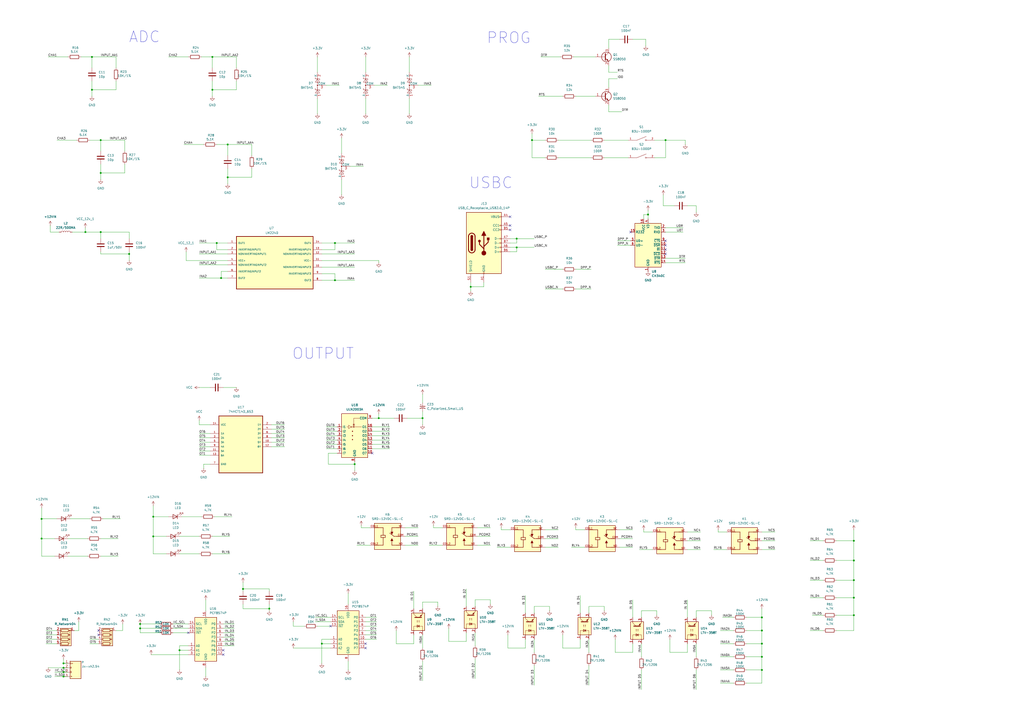
<source format=kicad_sch>
(kicad_sch (version 20250114) (generator "eeschema") (generator_version "9.0")
  (paper "A2")
  (text "ADC\n" (at 83.82 21.59 0) (effects (font (size 6.35 6.35))))
  (text "OUTPUT\n" (at 187.452 205.232 0) (effects (font (size 6.35 6.35))))
  (text "PROG" (at 295.148 22.098 0) (effects (font (size 6.35 6.35))))
  (text "USBC" (at 284.734 106.172 0) (effects (font (size 6.35 6.35))))
  (junction (at 53.34 33.02))
  (junction (at 441.96 358.14))
  (junction (at 123.19 33.02))
  (junction (at 132.08 83.82))
  (junction (at 58.42 81.28))
  (junction (at 88.9 299.72))
  (junction (at 495.3 313.69))
  (junction (at 194.31 162.56))
  (junction (at 495.3 346.71))
  (junction (at 495.3 356.87))
  (junction (at 308.61 81.28))
  (junction (at 375.92 124.46))
  (junction (at 81.28 361.95))
  (junction (at 441.96 365.76))
  (junction (at 441.96 373.38))
  (junction (at 36.83 389.89))
  (junction (at 441.96 388.62))
  (junction (at 74.93 147.32))
  (junction (at 24.13 300.99))
  (junction (at 36.83 387.35))
  (junction (at 123.19 52.07))
  (junction (at 245.11 242.57))
  (junction (at 58.42 100.33))
  (junction (at 88.9 311.15))
  (junction (at 386.08 81.28))
  (junction (at 58.42 134.62))
  (junction (at 156.21 353.06))
  (junction (at 24.13 312.42))
  (junction (at 81.28 364.49))
  (junction (at 140.97 341.63))
  (junction (at 299.72 143.51))
  (junction (at 186.69 373.38))
  (junction (at 104.14 377.19))
  (junction (at 132.08 102.87))
  (junction (at 299.72 138.43))
  (junction (at 441.96 381))
  (junction (at 36.83 384.81))
  (junction (at 49.53 134.62))
  (junction (at 128.27 161.29))
  (junction (at 36.83 392.43))
  (junction (at 194.31 140.97))
  (junction (at 53.34 52.07))
  (junction (at 125.73 140.97))
  (junction (at 219.71 242.57))
  (junction (at 205.74 269.24))
  (junction (at 273.05 166.37))
  (junction (at 495.3 336.55))
  (junction (at 495.3 325.12))
  (no_connect (at 295.91 133.35))
  (no_connect (at 129.54 379.73))
  (no_connect (at 57.15 365.76))
  (no_connect (at 295.91 130.81))
  (no_connect (at 212.09 375.92))
  (no_connect (at 365.76 134.62))
  (no_connect (at 215.9 262.89))
  (no_connect (at 295.91 125.73))
  (no_connect (at 386.08 139.7))
  (no_connect (at 191.77 363.22))
  (no_connect (at 129.54 377.19))
  (no_connect (at 386.08 144.78))
  (no_connect (at 386.08 142.24))
  (no_connect (at 109.22 367.03))
  (no_connect (at 57.15 368.3))
  (no_connect (at 386.08 147.32))
  (no_connect (at 212.09 373.38))
  (wire (pts (xy 119.38 347.98) (xy 119.38 354.33)))
  (wire (pts (xy 129.54 372.11) (xy 135.89 372.11)))
  (wire (pts (xy 245.11 349.25) (xy 254 349.25)))
  (wire (pts (xy 58.42 81.28) (xy 58.42 87.63)))
  (wire (pts (xy 157.48 246.38) (xy 165.1 246.38)))
  (wire (pts (xy 170.18 375.92) (xy 191.77 375.92)))
  (wire (pts (xy 128.27 161.29) (xy 132.08 161.29)))
  (wire (pts (xy 245.11 353.06) (xy 245.11 349.25)))
  (wire (pts (xy 421.64 308.61) (xy 416.56 308.61)))
  (wire (pts (xy 214.63 306.07) (xy 209.55 306.07)))
  (wire (pts (xy 219.71 151.13) (xy 219.71 152.4)))
  (wire (pts (xy 26.67 370.84) (xy 33.02 370.84)))
  (wire (pts (xy 88.9 321.31) (xy 96.52 321.31)))
  (wire (pts (xy 367.03 22.86) (xy 374.65 22.86)))
  (wire (pts (xy 433.07 365.76) (xy 441.96 365.76)))
  (wire (pts (xy 295.91 140.97) (xy 299.72 140.97)))
  (wire (pts (xy 372.11 373.38) (xy 372.11 381)))
  (wire (pts (xy 495.3 346.71) (xy 495.3 356.87)))
  (wire (pts (xy 331.47 317.5) (xy 339.09 317.5)))
  (wire (pts (xy 372.11 358.14) (xy 372.11 354.33)))
  (wire (pts (xy 24.13 312.42) (xy 24.13 322.58)))
  (wire (pts (xy 433.07 381) (xy 441.96 381)))
  (wire (pts (xy 386.08 152.4) (xy 397.51 152.4)))
  (wire (pts (xy 384.81 113.03) (xy 384.81 119.38)))
  (wire (pts (xy 87.63 379.73) (xy 109.22 379.73)))
  (wire (pts (xy 495.3 325.12) (xy 495.3 336.55)))
  (wire (pts (xy 312.42 55.88) (xy 326.39 55.88)))
  (wire (pts (xy 115.57 251.46) (xy 121.92 251.46)))
  (wire (pts (xy 215.9 250.19) (xy 226.06 250.19)))
  (wire (pts (xy 100.33 364.49) (xy 109.22 364.49)))
  (wire (pts (xy 332.74 33.02) (xy 345.44 33.02)))
  (wire (pts (xy 74.93 146.05) (xy 74.93 147.32)))
  (wire (pts (xy 356.87 378.46) (xy 356.87 370.84)))
  (wire (pts (xy 132.08 144.78) (xy 125.73 144.78)))
  (wire (pts (xy 318.77 351.79) (xy 318.77 354.33)))
  (wire (pts (xy 123.19 311.15) (xy 133.35 311.15)))
  (wire (pts (xy 194.31 158.75) (xy 194.31 162.56)))
  (wire (pts (xy 100.33 367.03) (xy 109.22 367.03)))
  (wire (pts (xy 403.86 373.38) (xy 403.86 381)))
  (wire (pts (xy 375.92 121.92) (xy 375.92 124.46)))
  (wire (pts (xy 386.08 81.28) (xy 397.51 81.28)))
  (wire (pts (xy 334.01 55.88) (xy 345.44 55.88)))
  (wire (pts (xy 316.23 156.21) (xy 326.39 156.21)))
  (wire (pts (xy 36.83 384.81) (xy 39.37 384.81)))
  (wire (pts (xy 24.13 322.58) (xy 31.75 322.58)))
  (wire (pts (xy 88.9 311.15) (xy 96.52 311.15)))
  (wire (pts (xy 27.94 33.02) (xy 39.37 33.02)))
  (wire (pts (xy 353.06 27.94) (xy 353.06 22.86)))
  (wire (pts (xy 146.05 83.82) (xy 146.05 90.17)))
  (wire (pts (xy 36.83 382.27) (xy 36.83 384.81)))
  (wire (pts (xy 358.14 142.24) (xy 365.76 142.24)))
  (wire (pts (xy 29.21 130.81) (xy 29.21 134.62)))
  (wire (pts (xy 34.29 134.62) (xy 29.21 134.62)))
  (wire (pts (xy 45.72 360.68) (xy 45.72 365.76)))
  (wire (pts (xy 373.38 124.46) (xy 375.92 124.46)))
  (wire (pts (xy 378.46 308.61) (xy 373.38 308.61)))
  (wire (pts (xy 295.91 146.05) (xy 299.72 146.05)))
  (wire (pts (xy 353.06 60.96) (xy 353.06 64.77)))
  (wire (pts (xy 104.14 311.15) (xy 115.57 311.15)))
  (wire (pts (xy 156.21 350.52) (xy 156.21 353.06)))
  (wire (pts (xy 58.42 100.33) (xy 58.42 104.14)))
  (wire (pts (xy 189.23 250.19) (xy 195.58 250.19)))
  (wire (pts (xy 24.13 300.99) (xy 24.13 312.42)))
  (wire (pts (xy 39.37 322.58) (xy 50.8 322.58)))
  (wire (pts (xy 92.71 367.03) (xy 81.28 367.03)))
  (wire (pts (xy 132.08 151.13) (xy 107.95 151.13)))
  (wire (pts (xy 212.09 33.02) (xy 212.09 41.91)))
  (wire (pts (xy 146.05 97.79) (xy 146.05 102.87)))
  (wire (pts (xy 104.14 377.19) (xy 109.22 377.19)))
  (wire (pts (xy 353.06 41.91) (xy 358.14 41.91)))
  (wire (pts (xy 403.86 388.62) (xy 403.86 400.05)))
  (wire (pts (xy 485.14 325.12) (xy 495.3 325.12)))
  (wire (pts (xy 215.9 260.35) (xy 226.06 260.35)))
  (wire (pts (xy 176.53 363.22) (xy 170.18 363.22)))
  (wire (pts (xy 36.83 389.89) (xy 39.37 389.89)))
  (wire (pts (xy 40.64 300.99) (xy 52.07 300.99)))
  (wire (pts (xy 341.63 386.08) (xy 341.63 397.51)))
  (wire (pts (xy 212.09 360.68) (xy 218.44 360.68)))
  (wire (pts (xy 191.77 370.84) (xy 186.69 370.84)))
  (wire (pts (xy 245.11 242.57) (xy 245.11 246.38)))
  (wire (pts (xy 441.96 308.61) (xy 449.58 308.61)))
  (wire (pts (xy 125.73 140.97) (xy 125.73 144.78)))
  (wire (pts (xy 341.63 355.6) (xy 341.63 351.79)))
  (wire (pts (xy 186.69 144.78) (xy 194.31 144.78)))
  (wire (pts (xy 124.46 299.72) (xy 134.62 299.72)))
  (wire (pts (xy 104.14 377.19) (xy 104.14 388.62)))
  (wire (pts (xy 280.67 163.83) (xy 280.67 166.37)))
  (wire (pts (xy 308.61 91.44) (xy 308.61 81.28)))
  (wire (pts (xy 234.95 311.15) (xy 242.57 311.15)))
  (wire (pts (xy 294.64 375.92) (xy 294.64 368.3)))
  (wire (pts (xy 58.42 95.25) (xy 58.42 100.33)))
  (wire (pts (xy 74.93 134.62) (xy 74.93 138.43)))
  (wire (pts (xy 316.23 312.42) (xy 323.85 312.42)))
  (wire (pts (xy 316.23 81.28) (xy 308.61 81.28)))
  (wire (pts (xy 323.85 91.44) (xy 342.9 91.44)))
  (wire (pts (xy 115.57 161.29) (xy 128.27 161.29)))
  (wire (pts (xy 388.62 378.46) (xy 388.62 370.84)))
  (wire (pts (xy 375.92 124.46) (xy 375.92 127)))
  (wire (pts (xy 129.54 361.95) (xy 135.89 361.95)))
  (wire (pts (xy 309.88 351.79) (xy 318.77 351.79)))
  (wire (pts (xy 417.83 388.62) (xy 425.45 388.62)))
  (wire (pts (xy 341.63 370.84) (xy 341.63 378.46)))
  (wire (pts (xy 186.69 140.97) (xy 194.31 140.97)))
  (wire (pts (xy 245.11 368.3) (xy 245.11 375.92)))
  (wire (pts (xy 353.06 50.8) (xy 353.06 45.72)))
  (wire (pts (xy 212.09 365.76) (xy 218.44 365.76)))
  (wire (pts (xy 115.57 147.32) (xy 132.08 147.32)))
  (wire (pts (xy 245.11 228.6) (xy 245.11 233.68)))
  (wire (pts (xy 115.57 261.62) (xy 121.92 261.62)))
  (wire (pts (xy 386.08 81.28) (xy 386.08 91.44)))
  (wire (pts (xy 115.57 243.84) (xy 115.57 246.38)))
  (wire (pts (xy 412.75 354.33) (xy 412.75 356.87)))
  (wire (pts (xy 495.3 313.69) (xy 495.3 325.12)))
  (wire (pts (xy 359.41 312.42) (xy 367.03 312.42)))
  (wire (pts (xy 186.69 162.56) (xy 194.31 162.56)))
  (wire (pts (xy 194.31 140.97) (xy 205.74 140.97)))
  (wire (pts (xy 109.22 374.65) (xy 104.14 374.65)))
  (wire (pts (xy 308.61 77.47) (xy 308.61 81.28)))
  (wire (pts (xy 121.92 246.38) (xy 115.57 246.38)))
  (wire (pts (xy 248.92 316.23) (xy 256.54 316.23)))
  (wire (pts (xy 140.97 350.52) (xy 140.97 353.06)))
  (wire (pts (xy 132.08 83.82) (xy 132.08 90.17)))
  (wire (pts (xy 273.05 166.37) (xy 273.05 168.91)))
  (wire (pts (xy 372.11 388.62) (xy 372.11 400.05)))
  (wire (pts (xy 33.02 81.28) (xy 44.45 81.28)))
  (wire (pts (xy 132.08 102.87) (xy 132.08 106.68)))
  (wire (pts (xy 336.55 370.84) (xy 336.55 375.92)))
  (wire (pts (xy 353.06 45.72) (xy 358.14 45.72)))
  (wire (pts (xy 441.96 388.62) (xy 441.96 396.24)))
  (wire (pts (xy 129.54 224.79) (xy 137.16 224.79)))
  (wire (pts (xy 245.11 238.76) (xy 245.11 242.57)))
  (wire (pts (xy 398.78 308.61) (xy 406.4 308.61)))
  (wire (pts (xy 273.05 163.83) (xy 273.05 166.37)))
  (wire (pts (xy 203.2 96.52) (xy 210.82 96.52)))
  (wire (pts (xy 36.83 392.43) (xy 39.37 392.43)))
  (wire (pts (xy 433.07 373.38) (xy 441.96 373.38)))
  (wire (pts (xy 245.11 383.54) (xy 245.11 394.97)))
  (wire (pts (xy 334.01 156.21) (xy 342.9 156.21)))
  (wire (pts (xy 58.42 81.28) (xy 72.39 81.28)))
  (wire (pts (xy 58.42 147.32) (xy 74.93 147.32)))
  (wire (pts (xy 46.99 33.02) (xy 53.34 33.02)))
  (wire (pts (xy 276.86 311.15) (xy 284.48 311.15)))
  (wire (pts (xy 104.14 321.31) (xy 115.57 321.31)))
  (wire (pts (xy 72.39 100.33) (xy 58.42 100.33)))
  (wire (pts (xy 495.3 356.87) (xy 495.3 365.76)))
  (wire (pts (xy 313.69 33.02) (xy 325.12 33.02)))
  (wire (pts (xy 125.73 140.97) (xy 132.08 140.97)))
  (wire (pts (xy 100.33 361.95) (xy 109.22 361.95)))
  (wire (pts (xy 190.5 262.89) (xy 190.5 269.24)))
  (wire (pts (xy 41.91 134.62) (xy 49.53 134.62)))
  (wire (pts (xy 53.34 33.02) (xy 67.31 33.02)))
  (wire (pts (xy 189.23 260.35) (xy 195.58 260.35)))
  (wire (pts (xy 270.51 372.11) (xy 260.35 372.11)))
  (wire (pts (xy 350.52 91.44) (xy 364.49 91.44)))
  (wire (pts (xy 414.02 318.77) (xy 421.64 318.77)))
  (wire (pts (xy 304.8 370.84) (xy 304.8 375.92)))
  (wire (pts (xy 299.72 143.51) (xy 309.88 143.51)))
  (wire (pts (xy 71.12 361.95) (xy 71.12 365.76)))
  (wire (pts (xy 207.01 316.23) (xy 214.63 316.23)))
  (wire (pts (xy 58.42 146.05) (xy 58.42 147.32)))
  (wire (pts (xy 336.55 375.92) (xy 326.39 375.92)))
  (wire (pts (xy 290.83 306.07) (xy 290.83 307.34)))
  (wire (pts (xy 140.97 337.82) (xy 140.97 341.63)))
  (wire (pts (xy 43.18 365.76) (xy 45.72 365.76)))
  (wire (pts (xy 433.07 396.24) (xy 441.96 396.24)))
  (wire (pts (xy 358.14 139.7) (xy 365.76 139.7)))
  (wire (pts (xy 469.9 325.12) (xy 477.52 325.12)))
  (wire (pts (xy 36.83 387.35) (xy 39.37 387.35)))
  (wire (pts (xy 234.95 306.07) (xy 242.57 306.07)))
  (wire (pts (xy 386.08 132.08) (xy 396.24 132.08)))
  (wire (pts (xy 251.46 304.8) (xy 251.46 306.07)))
  (wire (pts (xy 24.13 294.64) (xy 24.13 300.99)))
  (wire (pts (xy 186.69 370.84) (xy 186.69 373.38)))
  (wire (pts (xy 276.86 316.23) (xy 284.48 316.23)))
  (wire (pts (xy 123.19 33.02) (xy 123.19 39.37)))
  (wire (pts (xy 52.07 81.28) (xy 58.42 81.28)))
  (wire (pts (xy 386.08 134.62) (xy 396.24 134.62)))
  (wire (pts (xy 270.51 367.03) (xy 270.51 372.11)))
  (wire (pts (xy 403.86 119.38) (xy 403.86 123.19)))
  (wire (pts (xy 107.95 151.13) (xy 107.95 146.05)))
  (wire (pts (xy 129.54 367.03) (xy 135.89 367.03)))
  (wire (pts (xy 115.57 254) (xy 121.92 254)))
  (wire (pts (xy 254 349.25) (xy 254 351.79)))
  (wire (pts (xy 116.84 33.02) (xy 123.19 33.02)))
  (wire (pts (xy 485.14 313.69) (xy 495.3 313.69)))
  (wire (pts (xy 115.57 259.08) (xy 121.92 259.08)))
  (wire (pts (xy 115.57 256.54) (xy 121.92 256.54)))
  (wire (pts (xy 58.42 322.58) (xy 68.58 322.58)))
  (wire (pts (xy 209.55 304.8) (xy 209.55 306.07)))
  (wire (pts (xy 495.3 365.76) (xy 485.14 365.76)))
  (wire (pts (xy 53.34 46.99) (xy 53.34 52.07)))
  (wire (pts (xy 26.67 365.76) (xy 33.02 365.76)))
  (wire (pts (xy 72.39 95.25) (xy 72.39 100.33)))
  (wire (pts (xy 59.69 300.99) (xy 69.85 300.99)))
  (wire (pts (xy 189.23 49.53) (xy 196.85 49.53)))
  (wire (pts (xy 121.92 269.24) (xy 118.11 269.24)))
  (wire (pts (xy 379.73 81.28) (xy 386.08 81.28)))
  (wire (pts (xy 53.34 52.07) (xy 53.34 55.88)))
  (wire (pts (xy 194.31 162.56) (xy 205.74 162.56)))
  (wire (pts (xy 132.08 83.82) (xy 146.05 83.82)))
  (wire (pts (xy 115.57 153.67) (xy 132.08 153.67)))
  (wire (pts (xy 125.73 83.82) (xy 132.08 83.82)))
  (wire (pts (xy 58.42 134.62) (xy 58.42 138.43)))
  (wire (pts (xy 186.69 158.75) (xy 194.31 158.75)))
  (wire (pts (xy 81.28 361.95) (xy 81.28 364.49)))
  (wire (pts (xy 288.29 317.5) (xy 295.91 317.5)))
  (wire (pts (xy 215.9 255.27) (xy 226.06 255.27)))
  (wire (pts (xy 201.93 344.17) (xy 201.93 350.52)))
  (wire (pts (xy 27.94 387.35) (xy 36.83 387.35)))
  (wire (pts (xy 469.9 313.69) (xy 477.52 313.69)))
  (wire (pts (xy 334.01 306.07) (xy 334.01 307.34)))
  (wire (pts (xy 441.96 373.38) (xy 441.96 381)))
  (wire (pts (xy 372.11 354.33) (xy 381 354.33)))
  (wire (pts (xy 316.23 317.5) (xy 323.85 317.5)))
  (wire (pts (xy 156.21 342.9) (xy 156.21 341.63)))
  (wire (pts (xy 186.69 373.38) (xy 191.77 373.38)))
  (wire (pts (xy 304.8 345.44) (xy 304.8 355.6)))
  (wire (pts (xy 24.13 312.42) (xy 31.75 312.42)))
  (wire (pts (xy 53.34 33.02) (xy 53.34 39.37)))
  (wire (pts (xy 128.27 157.48) (xy 132.08 157.48)))
  (wire (pts (xy 398.78 313.69) (xy 406.4 313.69)))
  (wire (pts (xy 237.49 33.02) (xy 237.49 41.91)))
  (wire (pts (xy 295.91 307.34) (xy 290.83 307.34)))
  (wire (pts (xy 67.31 365.76) (xy 71.12 365.76)))
  (wire (pts (xy 316.23 91.44) (xy 308.61 91.44)))
  (wire (pts (xy 398.78 373.38) (xy 398.78 378.46)))
  (wire (pts (xy 260.35 372.11) (xy 260.35 364.49)))
  (wire (pts (xy 182.88 360.68) (xy 191.77 360.68)))
  (wire (pts (xy 215.9 242.57) (xy 219.71 242.57)))
  (wire (pts (xy 397.51 81.28) (xy 397.51 83.82)))
  (wire (pts (xy 379.73 91.44) (xy 386.08 91.44)))
  (wire (pts (xy 398.78 378.46) (xy 388.62 378.46)))
  (wire (pts (xy 205.74 267.97) (xy 205.74 269.24)))
  (wire (pts (xy 26.67 373.38) (xy 33.02 373.38)))
  (wire (pts (xy 119.38 387.35) (xy 119.38 392.43)))
  (wire (pts (xy 184.15 57.15) (xy 184.15 66.04)))
  (wire (pts (xy 367.03 378.46) (xy 356.87 378.46)))
  (wire (pts (xy 186.69 373.38) (xy 186.69 384.81)))
  (wire (pts (xy 157.48 254) (xy 165.1 254)))
  (wire (pts (xy 374.65 22.86) (xy 374.65 26.67)))
  (wire (pts (xy 270.51 341.63) (xy 270.51 351.79)))
  (wire (pts (xy 284.48 347.98) (xy 284.48 350.52)))
  (wire (pts (xy 240.03 342.9) (xy 240.03 353.06)))
  (wire (pts (xy 132.08 97.79) (xy 132.08 102.87)))
  (wire (pts (xy 471.17 356.87) (xy 477.52 356.87)))
  (wire (pts (xy 189.23 255.27) (xy 195.58 255.27)))
  (wire (pts (xy 186.69 151.13) (xy 219.71 151.13)))
  (wire (pts (xy 26.67 368.3) (xy 33.02 368.3)))
  (wire (pts (xy 189.23 252.73) (xy 195.58 252.73)))
  (wire (pts (xy 129.54 374.65) (xy 135.89 374.65)))
  (wire (pts (xy 359.41 307.34) (xy 367.03 307.34)))
  (wire (pts (xy 386.08 149.86) (xy 397.51 149.86)))
  (wire (pts (xy 304.8 375.92) (xy 294.64 375.92)))
  (wire (pts (xy 212.09 368.3) (xy 218.44 368.3)))
  (wire (pts (xy 24.13 300.99) (xy 33.02 300.99)))
  (wire (pts (xy 398.78 347.98) (xy 398.78 358.14)))
  (wire (pts (xy 212.09 57.15) (xy 212.09 66.04)))
  (wire (pts (xy 403.86 354.33) (xy 412.75 354.33)))
  (wire (pts (xy 495.3 307.34) (xy 495.3 313.69)))
  (wire (pts (xy 184.15 33.02) (xy 184.15 41.91)))
  (wire (pts (xy 299.72 143.51) (xy 299.72 146.05)))
  (wire (pts (xy 31.75 392.43) (xy 36.83 392.43)))
  (wire (pts (xy 157.48 248.92) (xy 165.1 248.92)))
  (wire (pts (xy 316.23 307.34) (xy 323.85 307.34)))
  (wire (pts (xy 350.52 81.28) (xy 364.49 81.28)))
  (wire (pts (xy 417.83 373.38) (xy 425.45 373.38)))
  (wire (pts (xy 31.75 389.89) (xy 36.83 389.89)))
  (wire (pts (xy 123.19 321.31) (xy 133.35 321.31)))
  (wire (pts (xy 72.39 81.28) (xy 72.39 87.63)))
  (wire (pts (xy 39.37 312.42) (xy 50.8 312.42)))
  (wire (pts (xy 495.3 336.55) (xy 495.3 346.71)))
  (wire (pts (xy 373.38 127) (xy 373.38 124.46)))
  (wire (pts (xy 370.84 318.77) (xy 378.46 318.77)))
  (wire (pts (xy 105.41 299.72) (xy 116.84 299.72)))
  (wire (pts (xy 58.42 312.42) (xy 68.58 312.42)))
  (wire (pts (xy 381 354.33) (xy 381 356.87)))
  (wire (pts (xy 198.12 80.01) (xy 198.12 88.9)))
  (wire (pts (xy 309.88 370.84) (xy 309.88 378.46)))
  (wire (pts (xy 350.52 351.79) (xy 350.52 354.33)))
  (wire (pts (xy 157.48 251.46) (xy 165.1 251.46)))
  (wire (pts (xy 242.57 49.53) (xy 250.19 49.53)))
  (wire (pts (xy 123.19 52.07) (xy 123.19 55.88)))
  (wire (pts (xy 106.68 83.82) (xy 118.11 83.82)))
  (wire (pts (xy 186.69 147.32) (xy 205.74 147.32)))
  (wire (pts (xy 182.88 358.14) (xy 191.77 358.14)))
  (wire (pts (xy 140.97 353.06) (xy 156.21 353.06)))
  (wire (pts (xy 240.03 373.38) (xy 229.87 373.38)))
  (wire (pts (xy 81.28 364.49) (xy 92.71 364.49)))
  (wire (pts (xy 52.07 373.38) (xy 57.15 373.38)))
  (wire (pts (xy 275.59 382.27) (xy 275.59 393.7)))
  (wire (pts (xy 74.93 147.32) (xy 74.93 151.13)))
  (wire (pts (xy 367.03 347.98) (xy 367.03 358.14)))
  (wire (pts (xy 353.06 22.86) (xy 359.41 22.86)))
  (wire (pts (xy 115.57 224.79) (xy 121.92 224.79)))
  (wire (pts (xy 186.69 154.94) (xy 205.74 154.94)))
  (wire (pts (xy 189.23 257.81) (xy 195.58 257.81)))
  (wire (pts (xy 441.96 313.69) (xy 449.58 313.69)))
  (wire (pts (xy 469.9 365.76) (xy 477.52 365.76)))
  (wire (pts (xy 189.23 247.65) (xy 195.58 247.65)))
  (wire (pts (xy 419.1 358.14) (xy 425.45 358.14)))
  (wire (pts (xy 275.59 351.79) (xy 275.59 347.98)))
  (wire (pts (xy 336.55 345.44) (xy 336.55 355.6)))
  (wire (pts (xy 240.03 368.3) (xy 240.03 373.38)))
  (wire (pts (xy 88.9 299.72) (xy 88.9 311.15)))
  (wire (pts (xy 217.17 49.53) (xy 224.79 49.53)))
  (wire (pts (xy 469.9 346.71) (xy 477.52 346.71)))
  (wire (pts (xy 441.96 365.76) (xy 441.96 373.38)))
  (wire (pts (xy 398.78 119.38) (xy 403.86 119.38)))
  (wire (pts (xy 339.09 307.34) (xy 334.01 307.34)))
  (wire (pts (xy 367.03 373.38) (xy 367.03 378.46)))
  (wire (pts (xy 115.57 140.97) (xy 125.73 140.97)))
  (wire (pts (xy 323.85 81.28) (xy 342.9 81.28)))
  (wire (pts (xy 129.54 364.49) (xy 135.89 364.49)))
  (wire (pts (xy 276.86 306.07) (xy 284.48 306.07)))
  (wire (pts (xy 137.16 52.07) (xy 123.19 52.07)))
  (wire (pts (xy 316.23 167.64) (xy 326.39 167.64)))
  (wire (pts (xy 123.19 46.99) (xy 123.19 52.07)))
  (wire (pts (xy 403.86 358.14) (xy 403.86 354.33)))
  (wire (pts (xy 417.83 381) (xy 425.45 381)))
  (wire (pts (xy 275.59 347.98) (xy 284.48 347.98)))
  (wire (pts (xy 256.54 306.07) (xy 251.46 306.07)))
  (wire (pts (xy 485.14 356.87) (xy 495.3 356.87)))
  (wire (pts (xy 194.31 140.97) (xy 194.31 144.78)))
  (wire (pts (xy 118.11 269.24) (xy 118.11 271.78)))
  (wire (pts (xy 485.14 336.55) (xy 495.3 336.55)))
  (wire (pts (xy 485.14 346.71) (xy 495.3 346.71)))
  (wire (pts (xy 326.39 375.92) (xy 326.39 368.3)))
  (wire (pts (xy 373.38 307.34) (xy 373.38 308.61)))
  (wire (pts (xy 104.14 374.65) (xy 104.14 377.19)))
  (wire (pts (xy 157.48 256.54) (xy 165.1 256.54)))
  (wire (pts (xy 237.49 57.15) (xy 237.49 66.04)))
  (wire (pts (xy 353.06 64.77) (xy 360.68 64.77)))
  (wire (pts (xy 219.71 240.03) (xy 219.71 242.57)))
  (wire (pts (xy 441.96 381) (xy 441.96 388.62)))
  (wire (pts (xy 359.41 317.5) (xy 367.03 317.5)))
  (wire (pts (xy 88.9 293.37) (xy 88.9 299.72)))
  (wire (pts (xy 156.21 353.06) (xy 156.21 354.33)))
  (wire (pts (xy 67.31 33.02) (xy 67.31 39.37)))
  (wire (pts (xy 212.09 370.84) (xy 218.44 370.84)))
  (wire (pts (xy 309.88 355.6) (xy 309.88 351.79)))
  (wire (pts (xy 128.27 161.29) (xy 128.27 157.48)))
  (wire (pts (xy 212.09 363.22) (xy 218.44 363.22)))
  (wire (pts (xy 275.59 367.03) (xy 275.59 374.65)))
  (wire (pts (xy 190.5 269.24) (xy 205.74 269.24)))
  (wire (pts (xy 58.42 134.62) (xy 74.93 134.62)))
  (wire (pts (xy 334.01 167.64) (xy 342.9 167.64)))
  (wire (pts (xy 195.58 262.89) (xy 190.5 262.89)))
  (wire (pts (xy 81.28 361.95) (xy 92.71 361.95)))
  (wire (pts (xy 67.31 52.07) (xy 53.34 52.07)))
  (wire (pts (xy 170.18 360.68) (xy 170.18 363.22)))
  (wire (pts (xy 140.97 341.63) (xy 156.21 341.63)))
  (wire (pts (xy 295.91 143.51) (xy 299.72 143.51)))
  (wire (pts (xy 88.9 299.72) (xy 97.79 299.72)))
  (wire (pts (xy 88.9 311.15) (xy 88.9 321.31)))
  (wire (pts (xy 123.19 33.02) (xy 137.16 33.02)))
  (wire (pts (xy 309.88 386.08) (xy 309.88 397.51)))
  (wire (pts (xy 49.53 134.62) (xy 58.42 134.62)))
  (wire (pts (xy 215.9 252.73) (xy 226.06 252.73)))
  (wire (pts (xy 129.54 369.57) (xy 135.89 369.57)))
  (wire (pts (xy 212.09 358.14) (xy 218.44 358.14)))
  (wire (pts (xy 299.72 138.43) (xy 309.88 138.43)))
  (wire (pts (xy 52.07 370.84) (xy 57.15 370.84)))
  (wire (pts (xy 441.96 353.06) (xy 441.96 358.14)))
  (wire (pts (xy 398.78 318.77) (xy 406.4 318.77)))
  (wire (pts (xy 115.57 264.16) (xy 121.92 264.16)))
  (wire (pts (xy 67.31 46.99) (xy 67.31 52.07)))
  (wire (pts (xy 146.05 102.87) (xy 132.08 102.87)))
  (wire (pts (xy 441.96 358.14) (xy 441.96 365.76)))
  (wire (pts (xy 433.07 388.62) (xy 441.96 388.62)))
  (wire (pts (xy 81.28 364.49) (xy 81.28 367.03)))
  (wire (pts (xy 219.71 242.57) (xy 228.6 242.57)))
  (wire (pts (xy 341.63 351.79) (xy 350.52 351.79)))
  (wire (pts (xy 234.95 316.23) (xy 242.57 316.23)))
  (wire (pts (xy 417.83 396.24) (xy 425.45 396.24)))
  (wire (pts (xy 184.15 363.22) (xy 191.77 363.22)))
  (wire (pts (xy 441.96 318.77) (xy 449.58 318.77)))
  (wire (pts (xy 215.9 257.81) (xy 226.06 257.81)))
  (wire (pts (xy 433.07 358.14) (xy 441.96 358.14)))
  (wire (pts (xy 205.74 269.24) (xy 205.74 273.05)))
  (wire (pts (xy 137.16 46.99) (xy 137.16 52.07)))
  (wire (pts (xy 97.79 33.02) (xy 109.22 33.02)))
  (wire (pts (xy 157.48 259.08) (xy 165.1 259.08)))
  (wire (pts (xy 353.06 38.1) (xy 353.06 41.91)))
  (wire (pts (xy 49.53 132.08) (xy 49.53 134.62)))
  (wire (pts (xy 469.9 336.55) (xy 477.52 336.55)))
  (wire (pts (xy 229.87 373.38) (xy 229.87 365.76)))
  (wire (pts (xy 137.16 33.02) (xy 137.16 39.37)))
  (wire (pts (xy 236.22 242.57) (xy 245.11 242.57)))
  (wire (pts (xy 416.56 307.34) (xy 416.56 308.61)))
  (wire (pts (xy 299.72 138.43) (xy 299.72 140.97)))
  (wire (pts (xy 280.67 166.37) (xy 273.05 166.37)))
  (wire (pts (xy 198.12 104.14) (xy 198.12 113.03)))
  (wire (pts (xy 140.97 341.63) (xy 140.97 342.9)))
  (wire (pts (xy 417.83 365.76) (xy 425.45 365.76)))
  (wire (pts (xy 391.16 119.38) (xy 384.81 119.38)))
  (wire (pts (xy 295.91 138.43) (xy 299.72 138.43)))
  (wire (pts (xy 215.9 247.65) (xy 226.06 247.65)))
  (wire (pts (xy 201.93 383.54) (xy 201.93 388.62)))
  (label "RLY2" (at 226.06 250.19 180))
  (label "INPUT_AA1" (at 58.42 33.02 0))
  (label "NO5" (at 449.58 318.77 180))
  (label "RLY2" (at 248.92 316.23 0))
  (label "RLY5" (at 370.84 318.77 0))
  (label "RLY4" (at 226.06 255.27 180))
  (label "IIC_SCL" (at 31.75 389.89 0))
  (label "OT6" (at 52.07 370.84 0))
  (label "U0R" (at 396.24 132.08 180))
  (label "DPP_P" (at 358.14 139.7 0))
  (label "NO1" (at 284.48 316.23 180))
  (label "IN D1" (at 240.03 342.9 270))
  (label "IN D2" (at 270.51 341.63 270))
  (label "OT5" (at 52.07 373.38 0))
  (label "OUT1" (at 189.23 260.35 0))
  (label "OT3" (at 115.57 259.08 0))
  (label "IN D5" (at 367.03 347.98 270))
  (label "OT4" (at 26.67 365.76 0))
  (label "OUT5" (at 165.1 248.92 180))
  (label "IN_D5" (at 471.17 356.87 0))
  (label "INA4" (at 205.74 162.56 180))
  (label "INPUT D2" (at 275.59 393.7 90))
  (label "DPP_P" (at 342.9 156.21 180))
  (label "NC1" (at 284.48 306.07 180))
  (label "INPUT_AA2" (at 128.27 33.02 0))
  (label "OT4" (at 218.44 365.76 180))
  (label "RLY6" (at 226.06 260.35 180))
  (label "RTS" (at 358.14 41.91 0))
  (label "IN1A" (at 275.59 372.11 90))
  (label "RLY3" (at 68.58 322.58 180))
  (label "OUT1" (at 165.1 259.08 180))
  (label "RLY4" (at 134.62 299.72 180))
  (label "CHA3" (at 33.02 81.28 0))
  (label "IN0A" (at 245.11 373.38 90))
  (label "RLY4" (at 331.47 317.5 0))
  (label "OUT2" (at 165.1 256.54 180))
  (label "NC4" (at 406.4 308.61 180))
  (label "OUT2" (at 189.23 257.81 0))
  (label "INPUT D6" (at 403.86 400.05 90))
  (label "INA3A" (at 419.1 358.14 0))
  (label "RLY5" (at 133.35 311.15 180))
  (label "DPP_N" (at 342.9 167.64 180))
  (label "IN_D1" (at 469.9 313.69 0))
  (label "USBC_N" (at 309.88 143.51 0))
  (label "INA0A" (at 417.83 381 0))
  (label "IO0" (at 358.14 45.72 0))
  (label "NC5" (at 449.58 308.61 180))
  (label "RLY6" (at 133.35 321.31 180))
  (label "IN_D1" (at 135.89 361.95 180))
  (label "INA5A" (at 417.83 388.62 0))
  (label "NO0" (at 242.57 316.23 180))
  (label "NO2" (at 323.85 317.5 180))
  (label "II_SDA" (at 182.88 360.68 0))
  (label "OUT4" (at 189.23 252.73 0))
  (label "USBC_N" (at 316.23 167.64 0))
  (label "IN_D2" (at 135.89 364.49 180))
  (label "IN_D6" (at 469.9 365.76 0))
  (label "PCOM3" (at 323.85 312.42 180))
  (label "INPUT D1" (at 245.11 394.97 90))
  (label "IN_D4" (at 135.89 369.57 180))
  (label "IN_D6" (at 135.89 374.65 180))
  (label "OUT6" (at 165.1 246.38 180))
  (label "PCOM2" (at 284.48 311.15 180))
  (label "INA2A" (at 417.83 365.76 0))
  (label "USBC_P" (at 309.88 138.43 0))
  (label "IN D3" (at 304.8 345.44 270))
  (label "IN D6" (at 398.78 347.98 270))
  (label "INPUT_AA4" (at 205.74 154.94 180))
  (label "CHA4" (at 106.68 83.82 0))
  (label "OUT4" (at 165.1 251.46 180))
  (label "IN D4" (at 336.55 345.44 270))
  (label "IN4A" (at 372.11 378.46 90))
  (label "NO4" (at 406.4 318.77 180))
  (label "RLY3" (at 226.06 252.73 180))
  (label "OT1" (at 218.44 358.14 180))
  (label "NC0" (at 242.57 306.07 180))
  (label "INPUT_AA3" (at 205.74 147.32 180))
  (label "OT1" (at 115.57 264.16 0))
  (label "U0T" (at 396.24 134.62 180))
  (label "INPUT D4" (at 341.63 397.51 90))
  (label "IN_D2" (at 469.9 325.12 0))
  (label "INPUT_AA4" (at 137.16 83.82 0))
  (label "INPUT_AA2" (at 115.57 153.67 0))
  (label "PCOM5" (at 406.4 313.69 180))
  (label "IN_D4" (at 469.9 346.71 0))
  (label "INA2" (at 115.57 161.29 0))
  (label "NC3" (at 367.03 307.34 180))
  (label "INPUT_AA3" (at 63.5 81.28 0))
  (label "INPUT D3" (at 309.88 397.51 90))
  (label "IN_D5" (at 135.89 372.11 180))
  (label "OT6" (at 115.57 251.46 0))
  (label "OT1" (at 26.67 373.38 0))
  (label "INA1" (at 196.85 49.53 180))
  (label "PCOM4" (at 367.03 312.42 180))
  (label "USBC_P" (at 316.23 156.21 0))
  (label "IN_D3" (at 135.89 367.03 180))
  (label "OT2" (at 26.67 370.84 0))
  (label "INA1A" (at 417.83 373.38 0))
  (label "RLY1" (at 207.01 316.23 0))
  (label "INPUT D5" (at 372.11 400.05 90))
  (label "OT5" (at 218.44 368.3 180))
  (label "DTR" (at 313.69 33.02 0))
  (label "CHA1" (at 27.94 33.02 0))
  (label "INPUT_AA1" (at 115.57 147.32 0))
  (label "RLY5" (at 226.06 257.81 180))
  (label "OT6" (at 218.44 370.84 180))
  (label "OUT3" (at 165.1 254 180))
  (label "IN5A" (at 403.86 378.46 90))
  (label "NO3" (at 367.03 317.5 180))
  (label "RLY3" (at 288.29 317.5 0))
  (label "IIC_SCL" (at 182.88 358.14 0))
  (label "INA3" (at 205.74 140.97 180))
  (label "IIC_SCL" (at 100.33 361.95 0))
  (label "INA4A" (at 417.83 396.24 0))
  (label "OT4" (at 115.57 256.54 0))
  (label "IN3A" (at 341.63 375.92 90))
  (label "RLY6" (at 414.02 318.77 0))
  (label "PCOM1" (at 242.57 311.15 180))
  (label "RLY2" (at 68.58 312.42 180))
  (label "DTR" (at 397.51 149.86 180))
  (label "OUT6" (at 189.23 247.65 0))
  (label "OT5" (at 115.57 254 0))
  (label "PCOM6" (at 449.58 313.69 180))
  (label "II_SDA" (at 31.75 392.43 0))
  (label "INA2" (at 224.79 49.53 180))
  (label "OUT5" (at 189.23 250.19 0))
  (label "RLY1" (at 226.06 247.65 180))
  (label "INA3" (at 250.19 49.53 180))
  (label "RTS" (at 397.51 152.4 180))
  (label "RTS" (at 312.42 55.88 0))
  (label "INA1" (at 115.57 140.97 0))
  (label "OT3" (at 26.67 368.3 0))
  (label "OT2" (at 115.57 261.62 0))
  (label "IN2A" (at 309.88 375.92 90))
  (label "NC2" (at 323.85 307.34 180))
  (label "II_SDA" (at 100.33 364.49 0))
  (label "OUT3" (at 189.23 255.27 0))
  (label "OT3" (at 218.44 363.22 180))
  (label "OT2" (at 218.44 360.68 180))
  (label "DTR" (at 360.68 64.77 0))
  (label "CHA2" (at 97.79 33.02 0))
  (label "DPP_N" (at 358.14 142.24 0))
  (label "RLY1" (at 69.85 300.99 180))
  (label "INA4" (at 210.82 96.52 180))
  (label "IN_D3" (at 469.9 336.55 0))
  (symbol (lib_id "Device:C") (at 125.73 224.79 90) (unit 1)
    (property "Reference" "C21" (at 125.73 217.17 90))
    (property "Value" "100nF" (at 125.73 219.71 90))
    (property "Footprint" "Capacitor_SMD:C_1206_3216Metric" (effects (hide yes)))
    (property "Description" "Unpolarized capacitor" (effects (hide yes)))
  )
  (symbol (lib_id "Device:R") (at 55.88 300.99 90) (unit 1)
    (property "Reference" "R54" (at 55.88 294.64 90))
    (property "Value" "4.7K" (at 55.88 297.18 90))
    (property "Description" "Resistor" (effects (hide yes)))
  )
  (symbol (lib_id "Transistor_Array:ULN2003A") (at 205.74 252.73 0) (unit 1)
    (property "Reference" "U18" (at 205.74 234.95 0))
    (property "Value" "ULN2003A" (at 205.74 237.49 0))
    (property "Datasheet" "http://www.ti.com/lit/ds/symlink/uln2003a.pdf" (effects (hide yes)))
    (property "Description" "High Voltage, High Current Darlington Transistor Arrays, SOIC16/SOIC16W/DIP16/TSSOP16" (effects (hide yes)))
  )
  (symbol (lib_id "Device:R") (at 320.04 81.28 90) (unit 1)
    (property "Reference" "R30" (at 320.04 74.93 90))
    (property "Value" "10k" (at 320.04 77.47 90))
    (property "Footprint" "Capacitor_Tantalum_SMD:CP_EIA-3216-12_Kemet-S_HandSolder" (effects (hide yes)))
    (property "Description" "Resistor" (effects (hide yes)))
  )
  (symbol (lib_id "power:VCC") (at 326.39 368.3 0) (unit 1)
    (property "Reference" "#PWR082" (effects (hide yes)))
    (property "Value" "+12VIN" (at 326.39 363.22 0))
    (property "Description" "Power symbol creates a global label with name \"VCC\"" (effects (hide yes)))
  )
  (symbol (lib_id "power:+3.3V") (at 308.61 77.47 0) (unit 1)
    (property "Reference" "#PWR068" (effects (hide yes)))
    (property "Value" "+3.3V" (at 308.61 72.39 0))
    (property "Description" "Power symbol creates a global label with name \"+3.3V\"" (effects (hide yes)))
  )
  (symbol (lib_id "Isolator:LTV-358T") (at 273.05 359.41 90) (unit 1)
    (property "Reference" "U10" (at 278.13 358.1399 90) (effects (justify right)))
    (property "Value" "LTV-358T" (at 278.13 360.6799 90) (effects (justify right)))
    (property "Footprint" "Package_SO:SO-4_4.4x3.6mm_P2.54mm" (effects (hide yes)))
    (property "Datasheet" "http://optoelectronics.liteon.com/upload/download/DS70-2001-022/S_110_LTV-358T%2020140520.pdf" (effects (hide yes)))
    (property "Description" "DC Optocoupler, Vce 120V, CTR 50%, SO-4" (effects (hide yes)))
  )
  (symbol (lib_id "Transistor_BJT:SS8050") (at 350.52 55.88 0) (unit 1)
    (property "Reference" "Q2" (at 355.6 54.6099 0) (effects (justify left)))
    (property "Value" "SS8050" (at 355.6 57.1499 0) (effects (justify left)))
    (property "Footprint" "Package_TO_SOT_SMD:SOT-23" (effects (hide yes)))
    (property "Datasheet" "http://www.secosgmbh.com/datasheet/products/SSMPTransistor/SOT-23/SS8050.pdf" (effects (hide yes)))
    (property "Description" "General Purpose NPN Transistor, 1.5A Ic, 25V Vce, SOT-23" (effects (hide yes)))
  )
  (symbol (lib_id "Device:R") (at 429.26 373.38 90) (unit 1)
    (property "Reference" "R46" (at 429.006 369.316 90))
    (property "Value" "100K" (at 429.26 371.348 90))
    (property "Footprint" "Resistor_THT:R_Axial_DIN0614_L14.3mm_D5.7mm_P5.08mm_Vertical" (effects (hide yes)))
    (property "Description" "Resistor" (effects (hide yes)))
  )
  (symbol (lib_id "power:+3.3V") (at 36.83 382.27 0) (unit 1)
    (property "Reference" "#PWR0105" (effects (hide yes)))
    (property "Value" "-3.3V" (at 36.83 377.19 0))
    (property "Description" "Power symbol creates a global label with name \"+3.3V\"" (effects (hide yes)))
  )
  (symbol (lib_id "SRD-12VDC-SL-C:SRD-12VDC-SL-C") (at 388.62 313.69 0) (unit 1)
    (property "Reference" "K2" (at 388.62 300.99 0))
    (property "Value" "SRD-12VDC-SL-C" (at 388.62 303.53 0))
    (property "Footprint" "SRD-12VDC-SL-C:RELAY_SRD-12VDC-SL-C" (effects (hide yes)))
    (property "MF" "Songle Relay" (effects (hide yes)))
    (property "MAXIMUM_PACKAGE_HEIGHT" "15.8 mm" (effects (hide yes)))
    (property "Package" "NON STANDARD-5 Songle Relay" (effects (hide yes)))
    (property "Price" "None" (effects (hide yes)))
    (property "Check_prices" "https://www.snapeda.com/parts/SRD-12VDC-SL-C/Songle+Relay/view-part/?ref=eda" (effects (hide yes)))
    (property "STANDARD" "IPC 7351B" (effects (hide yes)))
    (property "PARTREV" "1.0" (effects (hide yes)))
    (property "SnapEDA_Link" "https://www.snapeda.com/parts/SRD-12VDC-SL-C/Songle+Relay/view-part/?ref=snap" (effects (hide yes)))
    (property "MP" "SRD-12VDC-SL-C" (effects (hide yes)))
    (property "Description_1" "General Purpose Non Latching 12VDC SPDT Through Hole Relays RoHS" (effects (hide yes)))
    (property "Availability" "In Stock" (effects (hide yes)))
    (property "MANUFACTURER" "Songle Relay" (effects (hide yes)))
  )
  (symbol (lib_id "power:GND") (at 350.52 354.33 0) (unit 1)
    (property "Reference" "#PWR083" (effects (hide yes)))
    (property "Value" "GND" (at 350.52 359.41 0))
    (property "Description" "Power symbol creates a global label with name \"GND\" , ground" (effects (hide yes)))
  )
  (symbol (lib_id "power:VCC") (at 441.96 353.06 0) (unit 1)
    (property "Reference" "#PWR088" (effects (hide yes)))
    (property "Value" "+12VIN" (at 441.96 347.98 0))
    (property "Description" "Power symbol creates a global label with name \"VCC\"" (effects (hide yes)))
  )
  (symbol (lib_id "Device:C") (at 58.42 91.44 0) (unit 1)
    (property "Reference" "C13" (at 62.23 90.1699 0) (effects (justify left)))
    (property "Value" "10p" (at 62.23 92.7099 0) (effects (justify left)))
    (property "Footprint" "Capacitor_THT:CP_Radial_D8.0mm_P5.00mm" (effects (hide yes)))
    (property "Description" "Unpolarized capacitor" (effects (hide yes)))
  )
  (symbol (lib_id "Isolator:LTV-358T") (at 339.09 363.22 90) (unit 1)
    (property "Reference" "U12" (at 344.17 361.9499 90) (effects (justify right)))
    (property "Value" "LTV-358T" (at 344.17 364.4899 90) (effects (justify right)))
    (property "Footprint" "Package_SO:SO-4_4.4x3.6mm_P2.54mm" (effects (hide yes)))
    (property "Datasheet" "http://optoelectronics.liteon.com/upload/download/DS70-2001-022/S_110_LTV-358T%2020140520.pdf" (effects (hide yes)))
    (property "Description" "DC Optocoupler, Vce 120V, CTR 50%, SO-4" (effects (hide yes)))
  )
  (symbol (lib_id "Device:C") (at 132.08 93.98 0) (unit 1)
    (property "Reference" "C14" (at 135.89 92.7099 0) (effects (justify left)))
    (property "Value" "10p" (at 135.89 95.2499 0) (effects (justify left)))
    (property "Footprint" "Capacitor_THT:CP_Radial_D8.0mm_P5.00mm" (effects (hide yes)))
    (property "Description" "Unpolarized capacitor" (effects (hide yes)))
  )
  (symbol (lib_id "power:GND") (at 374.65 26.67 0) (unit 1)
    (property "Reference" "#PWR070" (effects (hide yes)))
    (property "Value" "GND" (at 374.65 31.75 0))
    (property "Description" "Power symbol creates a global label with name \"GND\" , ground" (effects (hide yes)))
  )
  (symbol (lib_id "Device:R") (at 481.33 325.12 90) (unit 1)
    (property "Reference" "R64" (at 481.33 318.77 90))
    (property "Value" "4.7K" (at 481.33 321.31 90))
    (property "Description" "Resistor" (effects (hide yes)))
  )
  (symbol (lib_id "Device:LED") (at 101.6 299.72 180) (unit 1)
    (property "Reference" "D16" (at 103.1875 292.1 0))
    (property "Value" "LED" (at 103.1875 294.64 0))
    (property "Description" "Light emitting diode" (effects (hide yes)))
    (property "Sim.Pins" "1=K 2=A" (effects (hide yes)))
  )
  (symbol (lib_id "Device:R") (at 48.26 81.28 90) (unit 1)
    (property "Reference" "R26" (at 48.768 75.946 90))
    (property "Value" "5.1K" (at 48.26 78.232 90))
    (property "Footprint" "Resistor_THT:R_Axial_DIN0309_L9.0mm_D3.2mm_P15.24mm_Horizontal" (effects (hide yes)))
    (property "Description" "Resistor" (effects (hide yes)))
  )
  (symbol (lib_id "power:GND") (at 118.11 271.78 0) (unit 1)
    (property "Reference" "#PWR0120" (effects (hide yes)))
    (property "Value" "GND" (at 118.11 276.86 0))
    (property "Description" "Power symbol creates a global label with name \"GND\" , ground" (effects (hide yes)))
  )
  (symbol (lib_id "power:+12V") (at 209.55 304.8 0) (unit 1)
    (property "Reference" "#PWR0112" (effects (hide yes)))
    (property "Value" "+12V" (at 209.55 299.72 0))
    (property "Description" "Power symbol creates a global label with name \"+12V\"" (effects (hide yes)))
  )
  (symbol (lib_id "Device:R") (at 96.52 364.49 90) (unit 1)
    (property "Reference" "R52" (at 91.948 363.728 90))
    (property "Value" "10K" (at 96.266 364.49 90))
    (property "Footprint" "Resistor_THT:R_Axial_DIN0614_L14.3mm_D5.7mm_P5.08mm_Vertical" (effects (hide yes)))
    (property "Description" "Resistor" (effects (hide yes)))
  )
  (symbol (lib_id "Isolator:LTV-358T") (at 401.32 365.76 90) (unit 1)
    (property "Reference" "U14" (at 406.4 364.4899 90) (effects (justify right)))
    (property "Value" "LTV-358T" (at 406.4 367.0299 90) (effects (justify right)))
    (property "Footprint" "Package_SO:SO-4_4.4x3.6mm_P2.54mm" (effects (hide yes)))
    (property "Datasheet" "http://optoelectronics.liteon.com/upload/download/DS70-2001-022/S_110_LTV-358T%2020140520.pdf" (effects (hide yes)))
    (property "Description" "DC Optocoupler, Vce 120V, CTR 50%, SO-4" (effects (hide yes)))
  )
  (symbol (lib_id "Device:R") (at 346.71 91.44 90) (unit 1)
    (property "Reference" "R33" (at 346.71 85.09 90))
    (property "Value" "100R" (at 346.71 87.63 90))
    (property "Footprint" "Capacitor_Tantalum_SMD:CP_EIA-3216-12_Kemet-S_HandSolder" (effects (hide yes)))
    (property "Description" "Resistor" (effects (hide yes)))
  )
  (symbol (lib_id "Device:LED") (at 100.33 311.15 180) (unit 1)
    (property "Reference" "D14" (at 101.9175 303.53 0))
    (property "Value" "LED" (at 101.9175 306.07 0))
    (property "Description" "Light emitting diode" (effects (hide yes)))
    (property "Sim.Pins" "1=K 2=A" (effects (hide yes)))
  )
  (symbol (lib_id "power:+3.3V") (at 71.12 361.95 0) (unit 1)
    (property "Reference" "#PWR0102" (effects (hide yes)))
    (property "Value" "-3.3V" (at 71.12 356.87 0))
    (property "Description" "Power symbol creates a global label with name \"+3.3V\"" (effects (hide yes)))
  )
  (symbol (lib_id "Device:R") (at 429.26 381 90) (unit 1)
    (property "Reference" "R47" (at 429.006 376.936 90))
    (property "Value" "100K" (at 429.26 378.968 90))
    (property "Footprint" "Resistor_THT:R_Axial_DIN0614_L14.3mm_D5.7mm_P5.08mm_Vertical" (effects (hide yes)))
    (property "Description" "Resistor" (effects (hide yes)))
  )
  (symbol (lib_id "power:GND") (at 27.94 387.35 0) (unit 1)
    (property "Reference" "#PWR0106" (effects (hide yes)))
    (property "Value" "GND" (at 27.94 392.43 0))
    (property "Description" "Power symbol creates a global label with name \"GND\" , ground" (effects (hide yes)))
  )
  (symbol (lib_id "Device:R") (at 137.16 43.18 0) (unit 1)
    (property "Reference" "R25" (at 141.478 41.656 0))
    (property "Value" "10K/1%" (at 141.986 43.942 0))
    (property "Footprint" "Resistor_THT:R_Axial_DIN0614_L14.3mm_D5.7mm_P5.08mm_Vertical" (effects (hide yes)))
    (property "Description" "Resistor" (effects (hide yes)))
  )
  (symbol (lib_id "Diode:BAT54S") (at 184.15 49.53 90) (unit 1)
    (property "Reference" "D7" (at 181.61 48.2599 90) (effects (justify left)))
    (property "Value" "BAT54S" (at 181.61 50.7999 90) (effects (justify left)))
    (property "Footprint" "Package_TO_SOT_SMD:SOT-23" (effects (hide yes)))
    (property "Datasheet" "https://www.diodes.com/assets/Datasheets/ds11005.pdf" (effects (hide yes)))
    (property "Description" "Vr 30V, If 200mA, Dual schottky barrier diode, in series, SOT-323" (effects (hide yes)))
  )
  (symbol (lib_id "Device:R") (at 54.61 322.58 90) (unit 1)
    (property "Reference" "R56" (at 54.61 316.23 90))
    (property "Value" "4.7K" (at 54.61 318.77 90))
    (property "Description" "Resistor" (effects (hide yes)))
  )
  (symbol (lib_id "Device:R") (at 328.93 33.02 90) (unit 1)
    (property "Reference" "R35" (at 328.93 26.67 90))
    (property "Value" "12k" (at 328.93 29.21 90))
    (property "Footprint" "Capacitor_Tantalum_SMD:CP_EIA-3216-12_Kemet-S_HandSolder" (effects (hide yes)))
    (property "Description" "Resistor" (effects (hide yes)))
  )
  (symbol (lib_id "power:VCC") (at 29.21 130.81 0) (unit 1)
    (property "Reference" "#PWR08" (effects (hide yes)))
    (property "Value" "+12VIN" (at 29.21 125.73 0))
    (property "Description" "Power symbol creates a global label with name \"VCC\"" (effects (hide yes)))
  )
  (symbol (lib_id "power:GND") (at 119.38 392.43 0) (unit 1)
    (property "Reference" "#PWR098" (effects (hide yes)))
    (property "Value" "GND" (at 119.38 397.51 0))
    (property "Description" "Power symbol creates a global label with name \"GND\" , ground" (effects (hide yes)))
  )
  (symbol (lib_id "Interface_USB:CH340C") (at 375.92 142.24 0) (unit 1)
    (property "Reference" "U8" (at 378.0633 157.48 0) (effects (justify left)))
    (property "Value" "CH340C" (at 378.0633 160.02 0) (effects (justify left)))
    (property "Footprint" "Package_SO:SOIC-16_3.9x9.9mm_P1.27mm" (effects (hide yes)))
    (property "Datasheet" "https://datasheet.lcsc.com/szlcsc/Jiangsu-Qin-Heng-CH340C_C84681.pdf" (effects (hide yes)))
    (property "Description" "USB serial converter, crystal-less, UART, SOIC-16" (effects (hide yes)))
  )
  (symbol (lib_id "Device:C") (at 58.42 142.24 0) (unit 1)
    (property "Reference" "C15" (at 62.23 140.9699 0) (effects (justify left)))
    (property "Value" "1uF/50V" (at 62.23 143.5099 0) (effects (justify left)))
    (property "Footprint" "Capacitor_THT:CP_Radial_D8.0mm_P5.00mm" (effects (hide yes)))
    (property "Description" "Unpolarized capacitor" (effects (hide yes)))
  )
  (symbol (lib_id "power:VCC") (at 107.95 146.05 0) (unit 1)
    (property "Reference" "#PWR067" (effects (hide yes)))
    (property "Value" "VCC_12_1" (at 107.95 140.97 0))
    (property "Description" "Power symbol creates a global label with name \"VCC\"" (effects (hide yes)))
  )
  (symbol (lib_id "power:GND") (at 156.21 354.33 0) (unit 1)
    (property "Reference" "#PWR099" (effects (hide yes)))
    (property "Value" "GND" (at 156.21 359.41 0))
    (property "Description" "Power symbol creates a global label with name \"GND\" , ground" (effects (hide yes)))
  )
  (symbol (lib_id "Device:C") (at 394.97 119.38 90) (unit 1)
    (property "Reference" "C18" (at 394.97 111.76 90))
    (property "Value" "100nF" (at 394.97 114.3 90))
    (property "Footprint" "Capacitor_Tantalum_SMD:CP_EIA-3216-12_Kemet-S" (effects (hide yes)))
    (property "Description" "Unpolarized capacitor" (effects (hide yes)))
  )
  (symbol (lib_id "Device:R") (at 330.2 156.21 90) (unit 1)
    (property "Reference" "R36" (at 330.2 149.86 90))
    (property "Value" "10k" (at 330.2 152.4 90))
    (property "Footprint" "Capacitor_Tantalum_SMD:CP_EIA-3216-12_Kemet-S_HandSolder" (effects (hide yes)))
    (property "Description" "Resistor" (effects (hide yes)))
  )
  (symbol (lib_id "Device:R") (at 341.63 382.27 0) (unit 1)
    (property "Reference" "R41" (at 345.948 380.746 0))
    (property "Value" "2K/1206" (at 346.456 383.032 0))
    (property "Footprint" "Resistor_THT:R_Axial_DIN0614_L14.3mm_D5.7mm_P5.08mm_Vertical" (effects (hide yes)))
    (property "Description" "Resistor" (effects (hide yes)))
  )
  (symbol (lib_id "power:VCC") (at 294.64 368.3 0) (unit 1)
    (property "Reference" "#PWR080" (effects (hide yes)))
    (property "Value" "+12VIN" (at 294.64 363.22 0))
    (property "Description" "Power symbol creates a global label with name \"VCC\"" (effects (hide yes)))
  )
  (symbol (lib_id "power:+3.3V") (at 81.28 361.95 0) (unit 1)
    (property "Reference" "#PWR094" (effects (hide yes)))
    (property "Value" "+3.3V" (at 81.28 356.87 0))
    (property "Description" "Power symbol creates a global label with name \"+3.3V\"" (effects (hide yes)))
  )
  (symbol (lib_id "Device:R") (at 67.31 43.18 0) (unit 1)
    (property "Reference" "R23" (at 71.628 41.656 0))
    (property "Value" "10K/1%" (at 72.136 43.942 0))
    (property "Footprint" "Resistor_THT:R_Axial_DIN0614_L14.3mm_D5.7mm_P5.08mm_Vertical" (effects (hide yes)))
    (property "Description" "Resistor" (effects (hide yes)))
  )
  (symbol (lib_id "power:+3.3V") (at 375.92 121.92 0) (unit 1)
    (property "Reference" "#PWR071" (effects (hide yes)))
    (property "Value" "-3.3V" (at 375.92 116.84 0))
    (property "Description" "Power symbol creates a global label with name \"+3.3V\"" (effects (hide yes)))
  )
  (symbol (lib_id "Connector_Generic:Conn_01x04") (at 43.18 387.35 0) (unit 1)
    (property "Reference" "P" (at 47.244 384.302 0) (effects (justify left)))
    (property "Value" "zx-xh2.54" (at 47.498 386.588 0) (effects (justify left)))
    (property "Description" "Generic connector, single row, 01x04, script generated (kicad-library-utils/schlib/autogen/connector/)" (effects (hide yes)))
  )
  (symbol (lib_id "Device:R") (at 372.11 384.81 0) (unit 1)
    (property "Reference" "R42" (at 376.428 383.286 0))
    (property "Value" "2K/1206" (at 376.936 385.572 0))
    (property "Footprint" "Resistor_THT:R_Axial_DIN0614_L14.3mm_D5.7mm_P5.08mm_Vertical" (effects (hide yes)))
    (property "Description" "Resistor" (effects (hide yes)))
  )
  (symbol (lib_id "Device:R") (at 275.59 378.46 0) (unit 1)
    (property "Reference" "R39" (at 279.908 376.936 0))
    (property "Value" "2K/1206" (at 280.416 379.222 0))
    (property "Footprint" "Resistor_THT:R_Axial_DIN0614_L14.3mm_D5.7mm_P5.08mm_Vertical" (effects (hide yes)))
    (property "Description" "Resistor" (effects (hide yes)))
  )
  (symbol (lib_id "Device:R") (at 121.92 83.82 90) (unit 1)
    (property "Reference" "R28" (at 122.428 78.486 90))
    (property "Value" "5.1K" (at 121.92 80.772 90))
    (property "Footprint" "Resistor_THT:R_Axial_DIN0309_L9.0mm_D3.2mm_P15.24mm_Horizontal" (effects (hide yes)))
    (property "Description" "Resistor" (effects (hide yes)))
  )
  (symbol (lib_id "Diode:BAT54S") (at 212.09 49.53 90) (unit 1)
    (property "Reference" "D8" (at 209.55 48.2599 90) (effects (justify left)))
    (property "Value" "BAT54S" (at 209.55 50.7999 90) (effects (justify left)))
    (property "Footprint" "Package_TO_SOT_SMD:SOT-23" (effects (hide yes)))
    (property "Datasheet" "https://www.diodes.com/assets/Datasheets/ds11005.pdf" (effects (hide yes)))
    (property "Description" "Vr 30V, If 200mA, Dual schottky barrier diode, in series, SOT-323" (effects (hide yes)))
  )
  (symbol (lib_id "power:GND") (at 254 351.79 0) (unit 1)
    (property "Reference" "#PWR076" (effects (hide yes)))
    (property "Value" "GND" (at 254 356.87 0))
    (property "Description" "Power symbol creates a global label with name \"GND\" , ground" (effects (hide yes)))
  )
  (symbol (lib_id "power:+12V") (at 251.46 304.8 0) (unit 1)
    (property "Reference" "#PWR0111" (effects (hide yes)))
    (property "Value" "+12V" (at 251.46 299.72 0))
    (property "Description" "Power symbol creates a global label with name \"+12V\"" (effects (hide yes)))
  )
  (symbol (lib_id "power:+3.3V") (at 212.09 33.02 0) (unit 1)
    (property "Reference" "#PWR060" (effects (hide yes)))
    (property "Value" "+3.3V" (at 212.09 27.94 0))
    (property "Description" "Power symbol creates a global label with name \"+3.3V\"" (effects (hide yes)))
  )
  (symbol (lib_id "Device:C") (at 123.19 43.18 0) (unit 1)
    (property "Reference" "C12" (at 127 41.9099 0) (effects (justify left)))
    (property "Value" "10p" (at 127 44.4499 0) (effects (justify left)))
    (property "Footprint" "Capacitor_THT:CP_Radial_D8.0mm_P5.00mm" (effects (hide yes)))
    (property "Description" "Unpolarized capacitor" (effects (hide yes)))
  )
  (symbol (lib_id "power:GND") (at 137.16 224.79 0) (unit 1)
    (property "Reference" "#PWR0115" (effects (hide yes)))
    (property "Value" "GND" (at 137.16 229.87 0))
    (property "Description" "Power symbol creates a global label with name \"GND\" , ground" (effects (hide yes)))
  )
  (symbol (lib_id "Device:R") (at 403.86 384.81 0) (unit 1)
    (property "Reference" "R43" (at 408.178 383.286 0))
    (property "Value" "2K/1206" (at 408.686 385.572 0))
    (property "Footprint" "Resistor_THT:R_Axial_DIN0614_L14.3mm_D5.7mm_P5.08mm_Vertical" (effects (hide yes)))
    (property "Description" "Resistor" (effects (hide yes)))
  )
  (symbol (lib_id "power:VCC") (at 115.57 224.79 90) (unit 1)
    (property "Reference" "#PWR0114" (effects (hide yes)))
    (property "Value" "VCC" (at 111.76 224.7899 90) (effects (justify left)))
    (property "Description" "Power symbol creates a global label with name \"VCC\"" (effects (hide yes)))
  )
  (symbol (lib_id "power:+3.3V") (at 45.72 360.68 0) (unit 1)
    (property "Reference" "#PWR0101" (effects (hide yes)))
    (property "Value" "+3.3V" (at 45.72 355.6 0))
    (property "Description" "Power symbol creates a global label with name \"+3.3V\"" (effects (hide yes)))
  )
  (symbol (lib_id "Device:R") (at 180.34 363.22 90) (unit 1)
    (property "Reference" "R50" (at 180.594 357.886 90))
    (property "Value" "10K" (at 180.34 360.68 90))
    (property "Footprint" "Resistor_THT:R_Axial_DIN0614_L14.3mm_D5.7mm_P5.08mm_Vertical" (effects (hide yes)))
    (property "Description" "Resistor" (effects (hide yes)))
  )
  (symbol (lib_id "Device:LED") (at 35.56 322.58 180) (unit 1)
    (property "Reference" "D13" (at 37.1475 314.96 0))
    (property "Value" "LED" (at 37.1475 317.5 0))
    (property "Description" "Light emitting diode" (effects (hide yes)))
    (property "Sim.Pins" "1=K 2=A" (effects (hide yes)))
  )
  (symbol (lib_id "Device:R") (at 96.52 361.95 90) (unit 1)
    (property "Reference" "R53" (at 91.948 361.188 90))
    (property "Value" "10K" (at 96.266 361.95 90))
    (property "Footprint" "Resistor_THT:R_Axial_DIN0614_L14.3mm_D5.7mm_P5.08mm_Vertical" (effects (hide yes)))
    (property "Description" "Resistor" (effects (hide yes)))
  )
  (symbol (lib_id "power:GND") (at 184.15 66.04 0) (unit 1)
    (property "Reference" "#PWR058" (effects (hide yes)))
    (property "Value" "GND" (at 184.15 71.12 0))
    (property "Description" "Power symbol creates a global label with name \"GND\" , ground" (effects (hide yes)))
  )
  (symbol (lib_id "Device:R") (at 113.03 33.02 90) (unit 1)
    (property "Reference" "R24" (at 113.538 27.686 90))
    (property "Value" "5.1K" (at 113.03 29.972 90))
    (property "Footprint" "Resistor_THT:R_Axial_DIN0309_L9.0mm_D3.2mm_P15.24mm_Horizontal" (effects (hide yes)))
    (property "Description" "Resistor" (effects (hide yes)))
  )
  (symbol (lib_id "power:+3.3V") (at 237.49 33.02 0) (unit 1)
    (property "Reference" "#PWR062" (effects (hide yes)))
    (property "Value" "+3.3V" (at 237.49 27.94 0))
    (property "Description" "Power symbol creates a global label with name \"+3.3V\"" (effects (hide yes)))
  )
  (symbol (lib_id "Device:LED") (at 100.33 321.31 180) (unit 1)
    (property "Reference" "D15" (at 101.9175 313.69 0))
    (property "Value" "LED" (at 101.9175 316.23 0))
    (property "Description" "Light emitting diode" (effects (hide yes)))
    (property "Sim.Pins" "1=K 2=A" (effects (hide yes)))
  )
  (symbol (lib_id "power:+12V") (at 373.38 307.34 0) (unit 1)
    (property "Reference" "#PWR0108" (effects (hide yes)))
    (property "Value" "+12V" (at 373.38 302.26 0))
    (property "Description" "Power symbol creates a global label with name \"+12V\"" (effects (hide yes)))
  )
  (symbol (lib_id "Device:R") (at 429.26 396.24 90) (unit 1)
    (property "Reference" "R49" (at 429.006 392.176 90))
    (property "Value" "100K" (at 429.26 394.208 90))
    (property "Footprint" "Resistor_THT:R_Axial_DIN0614_L14.3mm_D5.7mm_P5.08mm_Vertical" (effects (hide yes)))
    (property "Description" "Resistor" (effects (hide yes)))
  )
  (symbol (lib_id "Device:R_Network04") (at 62.23 370.84 270) (unit 1)
    (property "Reference" "RN2" (at 61.976 359.41 90))
    (property "Value" "R_Network04" (at 61.976 361.95 90))
    (property "Footprint" "Resistor_THT:R_Array_SIP5" (effects (hide yes)))
    (property "Datasheet" "http://www.vishay.com/docs/31509/csc.pdf" (effects (hide yes)))
    (property "Description" "4 resistor network, star topology, bussed resistors, small symbol" (effects (hide yes)))
  )
  (symbol (lib_id "power:GND") (at 104.14 388.62 0) (unit 1)
    (property "Reference" "#PWR096" (effects (hide yes)))
    (property "Value" "GND" (at 104.14 393.7 0))
    (property "Description" "Power symbol creates a global label with name \"GND\" , ground" (effects (hide yes)))
  )
  (symbol (lib_id "power:GND") (at 53.34 55.88 0) (unit 1)
    (property "Reference" "#PWR052" (effects (hide yes)))
    (property "Value" "GND" (at 53.34 60.96 0))
    (property "Description" "Power symbol creates a global label with name \"GND\" , ground" (effects (hide yes)))
  )
  (symbol (lib_id "power:VCC") (at 115.57 243.84 0) (unit 1)
    (property "Reference" "#PWR0113" (effects (hide yes)))
    (property "Value" "VCC" (at 115.57 238.76 0))
    (property "Description" "Power symbol creates a global label with name \"VCC\"" (effects (hide yes)))
  )
  (symbol (lib_id "Device:C") (at 363.22 22.86 90) (unit 1)
    (property "Reference" "C17" (at 363.22 15.24 90))
    (property "Value" "100nF" (at 363.22 17.78 90))
    (property "Footprint" "Capacitor_Tantalum_SMD:CP_EIA-3216-12_Kemet-S" (effects (hide yes)))
    (property "Description" "Unpolarized capacitor" (effects (hide yes)))
  )
  (symbol (lib_id "power:+3.3V") (at 170.18 375.92 0) (unit 1)
    (property "Reference" "#PWR093" (effects (hide yes)))
    (property "Value" "+3.3V" (at 170.18 370.84 0))
    (property "Description" "Power symbol creates a global label with name \"+3.3V\"" (effects (hide yes)))
  )
  (symbol (lib_id "Device:R") (at 119.38 321.31 90) (unit 1)
    (property "Reference" "R58" (at 119.38 314.96 90))
    (property "Value" "4.7K" (at 119.38 317.5 90))
    (property "Description" "Resistor" (effects (hide yes)))
  )
  (symbol (lib_id "power:VCC") (at 356.87 370.84 0) (unit 1)
    (property "Reference" "#PWR084" (effects (hide yes)))
    (property "Value" "+12VIN" (at 356.87 365.76 0))
    (property "Description" "Power symbol creates a global label with name \"VCC\"" (effects (hide yes)))
  )
  (symbol (lib_id "Device:R") (at 96.52 367.03 90) (unit 1)
    (property "Reference" "R51" (at 91.948 366.268 90))
    (property "Value" "10K" (at 96.266 367.03 90))
    (property "Footprint" "Resistor_THT:R_Axial_DIN0614_L14.3mm_D5.7mm_P5.08mm_Vertical" (effects (hide yes)))
    (property "Description" "Resistor" (effects (hide yes)))
  )
  (symbol (lib_id "power:+3.3V") (at 184.15 33.02 0) (unit 1)
    (property "Reference" "#PWR059" (effects (hide yes)))
    (property "Value" "+3.3V" (at 184.15 27.94 0))
    (property "Description" "Power symbol creates a global label with name \"+3.3V\"" (effects (hide yes)))
  )
  (symbol (lib_id "power:+12V") (at 219.71 240.03 0) (unit 1)
    (property "Reference" "#PWR0116" (effects (hide yes)))
    (property "Value" "+12VIN" (at 219.71 234.95 0))
    (property "Description" "Power symbol creates a global label with name \"+12V\"" (effects (hide yes)))
  )
  (symbol (lib_id "power:+12V") (at 88.9 293.37 0) (unit 1)
    (property "Reference" "#PWR0104" (effects (hide yes)))
    (property "Value" "+12VIN" (at 88.9 288.29 0))
    (property "Description" "Power symbol creates a global label with name \"+12V\"" (effects (hide yes)))
  )
  (symbol (lib_id "Transistor_BJT:SS8050") (at 350.52 33.02 0) (unit 1)
    (property "Reference" "Q1" (at 355.6 31.7499 0) (effects (justify left)))
    (property "Value" "SS8050" (at 355.6 34.2899 0) (effects (justify left)))
    (property "Footprint" "Package_TO_SOT_SMD:SOT-23" (effects (hide yes)))
    (property "Datasheet" "http://www.secosgmbh.com/datasheet/products/SSMPTransistor/SOT-23/SS8050.pdf" (effects (hide yes)))
    (property "Description" "General Purpose NPN Transistor, 1.5A Ic, 25V Vce, SOT-23" (effects (hide yes)))
  )
  (symbol (lib_id "Connector:USB_C_Receptacle_USB2.0_14P") (at 280.67 140.97 0) (unit 1)
    (property "Reference" "J13" (at 280.67 118.11 0))
    (property "Value" "USB_C_Receptacle_USB2.0_14P" (at 280.67 120.65 0))
    (property "Datasheet" "https://www.usb.org/sites/default/files/documents/usb_type-c.zip" (effects (hide yes)))
    (property "Description" "USB 2.0-only 14P Type-C Receptacle connector" (effects (hide yes)))
  )
  (symbol (lib_id "Interface_Expansion:PCF8574P") (at 201.93 365.76 0) (unit 1)
    (property "Reference" "U15" (at 204.0733 349.25 0) (effects (justify left)))
    (property "Value" "PCF8574P" (at 204.0733 351.79 0) (effects (justify left)))
    (property "Footprint" "Package_DIP:DIP-16_W7.62mm" (effects (hide yes)))
    (property "Datasheet" "http://www.nxp.com/docs/en/data-sheet/PCF8574_PCF8574A.pdf" (effects (hide yes)))
    (property "Description" "8 Bit Port/Expander to I2C Bus, fixed address bits 0b0100, DIP-16" (effects (hide yes)))
  )
  (symbol (lib_id "power:+3.3V") (at 119.38 347.98 0) (unit 1)
    (property "Reference" "#PWR097" (effects (hide yes)))
    (property "Value" "+3.3V" (at 119.38 342.9 0))
    (property "Description" "Power symbol creates a global label with name \"+3.3V\"" (effects (hide yes)))
  )
  (symbol (lib_id "SRD-12VDC-SL-C:SRD-12VDC-SL-C") (at 306.07 312.42 0) (unit 1)
    (property "Reference" "K4" (at 306.07 299.72 0))
    (property "Value" "SRD-12VDC-SL-C" (at 306.07 302.26 0))
    (property "Footprint" "SRD-12VDC-SL-C:RELAY_SRD-12VDC-SL-C" (effects (hide yes)))
    (property "MF" "Songle Relay" (effects (hide yes)))
    (property "MAXIMUM_PACKAGE_HEIGHT" "15.8 mm" (effects (hide yes)))
    (property "Package" "NON STANDARD-5 Songle Relay" (effects (hide yes)))
    (property "Price" "None" (effects (hide yes)))
    (property "Check_prices" "https://www.snapeda.com/parts/SRD-12VDC-SL-C/Songle+Relay/view-part/?ref=eda" (effects (hide yes)))
    (property "STANDARD" "IPC 7351B" (effects (hide yes)))
    (property "PARTREV" "1.0" (effects (hide yes)))
    (property "SnapEDA_Link" "https://www.snapeda.com/parts/SRD-12VDC-SL-C/Songle+Relay/view-part/?ref=snap" (effects (hide yes)))
    (property "MP" "SRD-12VDC-SL-C" (effects (hide yes)))
    (property "Description_1" "General Purpose Non Latching 12VDC SPDT Through Hole Relays RoHS" (effects (hide yes)))
    (property "Availability" "In Stock" (effects (hide yes)))
    (property "MANUFACTURER" "Songle Relay" (effects (hide yes)))
  )
  (symbol (lib_id "power:GND") (at 219.71 152.4 0) (unit 1)
    (property "Reference" "#PWR066" (effects (hide yes)))
    (property "Value" "GND" (at 219.71 157.48 0))
    (property "Description" "Power symbol creates a global label with name \"GND\" , ground" (effects (hide yes)))
  )
  (symbol (lib_id "Interface_Expansion:PCF8574P") (at 119.38 369.57 0) (unit 1)
    (property "Reference" "U16" (at 121.5233 353.06 0) (effects (justify left)))
    (property "Value" "PCF8574P" (at 121.5233 355.6 0) (effects (justify left)))
    (property "Footprint" "Package_DIP:DIP-16_W7.62mm" (effects (hide yes)))
    (property "Datasheet" "http://www.nxp.com/docs/en/data-sheet/PCF8574_PCF8574A.pdf" (effects (hide yes)))
    (property "Description" "8 Bit Port/Expander to I2C Bus, fixed address bits 0b0100, DIP-16" (effects (hide yes)))
  )
  (symbol (lib_id "SRD-12VDC-SL-C:SRD-12VDC-SL-C") (at 224.79 311.15 0) (unit 1)
    (property "Reference" "K6" (at 224.79 298.45 0))
    (property "Value" "SRD-12VDC-SL-C" (at 224.79 300.99 0))
    (property "Footprint" "SRD-12VDC-SL-C:RELAY_SRD-12VDC-SL-C" (effects (hide yes)))
    (property "MF" "Songle Relay" (effects (hide yes)))
    (property "MAXIMUM_PACKAGE_HEIGHT" "15.8 mm" (effects (hide yes)))
    (property "Package" "NON STANDARD-5 Songle Relay" (effects (hide yes)))
    (property "Price" "None" (effects (hide yes)))
    (property "Check_prices" "https://www.snapeda.com/parts/SRD-12VDC-SL-C/Songle+Relay/view-part/?ref=eda" (effects (hide yes)))
    (property "STANDARD" "IPC 7351B" (effects (hide yes)))
    (property "PARTREV" "1.0" (effects (hide yes)))
    (property "SnapEDA_Link" "https://www.snapeda.com/parts/SRD-12VDC-SL-C/Songle+Relay/view-part/?ref=snap" (effects (hide yes)))
    (property "MP" "SRD-12VDC-SL-C" (effects (hide yes)))
    (property "Description_1" "General Purpose Non Latching 12VDC SPDT Through Hole Relays RoHS" (effects (hide yes)))
    (property "Availability" "In Stock" (effects (hide yes)))
    (property "MANUFACTURER" "Songle Relay" (effects (hide yes)))
  )
  (symbol (lib_id "Isolator:LTV-358T") (at 369.57 365.76 90) (unit 1)
    (property "Reference" "U13" (at 374.65 364.4899 90) (effects (justify right)))
    (property "Value" "LTV-358T" (at 374.65 367.0299 90) (effects (justify right)))
    (property "Footprint" "Package_SO:SO-4_4.4x3.6mm_P2.54mm" (effects (hide yes)))
    (property "Datasheet" "http://optoelectronics.liteon.com/upload/download/DS70-2001-022/S_110_LTV-358T%2020140520.pdf" (effects (hide yes)))
    (property "Description" "DC Optocoupler, Vce 120V, CTR 50%, SO-4" (effects (hide yes)))
  )
  (symbol (lib_id "Device:R") (at 54.61 312.42 90) (unit 1)
    (property "Reference" "R55" (at 54.61 306.07 90))
    (property "Value" "4.7K" (at 54.61 308.61 90))
    (property "Description" "Resistor" (effects (hide yes)))
  )
  (symbol (lib_id "Device:R_Network04") (at 38.1 370.84 270) (unit 1)
    (property "Reference" "RN1" (at 37.846 359.41 90))
    (property "Value" "R_Network04" (at 37.846 361.95 90))
    (property "Footprint" "Resistor_THT:R_Array_SIP5" (effects (hide yes)))
    (property "Datasheet" "http://www.vishay.com/docs/31509/csc.pdf" (effects (hide yes)))
    (property "Description" "4 resistor network, star topology, bussed resistors, small symbol" (effects (hide yes)))
  )
  (symbol (lib_id "power:+3.3V") (at 201.93 344.17 0) (unit 1)
    (property "Reference" "#PWR089" (effects (hide yes)))
    (property "Value" "-3.3V" (at 201.93 339.09 0))
    (property "Description" "Power symbol creates a global label with name \"+3.3V\"" (effects (hide yes)))
  )
  (symbol (lib_id "power:GND") (at 412.75 356.87 0) (unit 1)
    (property "Reference" "#PWR087" (effects (hide yes)))
    (property "Value" "GND" (at 412.75 361.95 0))
    (property "Description" "Power symbol creates a global label with name \"GND\" , ground" (effects (hide yes)))
  )
  (symbol (lib_id "Device:C") (at 53.34 43.18 0) (unit 1)
    (property "Reference" "C11" (at 57.15 41.9099 0) (effects (justify left)))
    (property "Value" "10p" (at 57.15 44.4499 0) (effects (justify left)))
    (property "Footprint" "Capacitor_THT:CP_Radial_D8.0mm_P5.00mm" (effects (hide yes)))
    (property "Description" "Unpolarized capacitor" (effects (hide yes)))
  )
  (symbol (lib_id "Device:R") (at 429.26 388.62 90) (unit 1)
    (property "Reference" "R48" (at 429.006 384.556 90))
    (property "Value" "100K" (at 429.26 386.588 90))
    (property "Footprint" "Resistor_THT:R_Axial_DIN0614_L14.3mm_D5.7mm_P5.08mm_Vertical" (effects (hide yes)))
    (property "Description" "Resistor" (effects (hide yes)))
  )
  (symbol (lib_id "power:+12V") (at 245.11 228.6 0) (unit 1)
    (property "Reference" "#PWR0117" (effects (hide yes)))
    (property "Value" "+12VIN" (at 245.11 223.52 0))
    (property "Description" "Power symbol creates a global label with name \"+12V\"" (effects (hide yes)))
  )
  (symbol (lib_id "Device:R") (at 429.26 358.14 90) (unit 1)
    (property "Reference" "R44" (at 429.006 354.076 90))
    (property "Value" "100K" (at 429.26 356.108 90))
    (property "Footprint" "Resistor_THT:R_Axial_DIN0614_L14.3mm_D5.7mm_P5.08mm_Vertical" (effects (hide yes)))
    (property "Description" "Resistor" (effects (hide yes)))
  )
  (symbol (lib_id "Diode:BAT54S") (at 198.12 96.52 90) (unit 1)
    (property "Reference" "D10" (at 195.58 95.2499 90) (effects (justify left)))
    (property "Value" "BAT54S" (at 195.58 97.7899 90) (effects (justify left)))
    (property "Footprint" "Package_TO_SOT_SMD:SOT-23" (effects (hide yes)))
    (property "Datasheet" "https://www.diodes.com/assets/Datasheets/ds11005.pdf" (effects (hide yes)))
    (property "Description" "Vr 30V, If 200mA, Dual schottky barrier diode, in series, SOT-323" (effects (hide yes)))
  )
  (symbol (lib_id "Device:R") (at 309.88 382.27 0) (unit 1)
    (property "Reference" "R40" (at 314.198 380.746 0))
    (property "Value" "2K/1206" (at 314.706 383.032 0))
    (property "Footprint" "Resistor_THT:R_Axial_DIN0614_L14.3mm_D5.7mm_P5.08mm_Vertical" (effects (hide yes)))
    (property "Description" "Resistor" (effects (hide yes)))
  )
  (symbol (lib_id "Device:R") (at 481.33 336.55 90) (unit 1)
    (property "Reference" "R63" (at 481.33 330.2 90))
    (property "Value" "4.7K" (at 481.33 332.74 90))
    (property "Description" "Resistor" (effects (hide yes)))
  )
  (symbol (lib_id "power:GND") (at 318.77 354.33 0) (unit 1)
    (property "Reference" "#PWR081" (effects (hide yes)))
    (property "Value" "GND" (at 318.77 359.41 0))
    (property "Description" "Power symbol creates a global label with name \"GND\" , ground" (effects (hide yes)))
  )
  (symbol (lib_id "power:VCC") (at 388.62 370.84 0) (unit 1)
    (property "Reference" "#PWR086" (effects (hide yes)))
    (property "Value" "+12VIN" (at 388.62 365.76 0))
    (property "Description" "Power symbol creates a global label with name \"VCC\"" (effects (hide yes)))
  )
  (symbol (lib_id "power:VCC") (at 49.53 132.08 0) (unit 1)
    (property "Reference" "#PWR056" (effects (hide yes)))
    (property "Value" "VCC_12v_1" (at 49.53 127 0))
    (property "Description" "Power symbol creates a global label with name \"VCC\"" (effects (hide yes)))
  )
  (symbol (lib_id "Device:R") (at 320.04 91.44 90) (unit 1)
    (property "Reference" "R31" (at 320.04 85.09 90))
    (property "Value" "10k" (at 320.04 87.63 90))
    (property "Footprint" "Capacitor_Tantalum_SMD:CP_EIA-3216-12_Kemet-S_HandSolder" (effects (hide yes)))
    (property "Description" "Resistor" (effects (hide yes)))
  )
  (symbol (lib_id "power:+3.3V") (at 198.12 80.01 0) (unit 1)
    (property "Reference" "#PWR064" (effects (hide yes)))
    (property "Value" "+3.3V" (at 198.12 74.93 0))
    (property "Description" "Power symbol creates a global label with name \"+3.3V\"" (effects (hide yes)))
  )
  (symbol (lib_id "power:+3.3V") (at 140.97 337.82 0) (unit 1)
    (property "Reference" "#PWR0100" (effects (hide yes)))
    (property "Value" "+3.3V" (at 140.97 332.74 0))
    (property "Description" "Power symbol creates a global label with name \"+3.3V\"" (effects (hide yes)))
  )
  (symbol (lib_id "power:GND") (at 403.86 123.19 0) (unit 1)
    (property "Reference" "#PWR074" (effects (hide yes)))
    (property "Value" "GND" (at 403.86 128.27 0))
    (property "Description" "Power symbol creates a global label with name \"GND\" , ground" (effects (hide yes)))
  )
  (symbol (lib_id "LM224D:LM224D") (at 160.02 152.4 0) (unit 1)
    (property "Reference" "U7" (at 157.48 132.334 0))
    (property "Value" "LM224D" (at 157.734 135.128 0))
    (property "Footprint" "LM224D:SOIC127P600X175-14N" (effects (hide yes)))
    (property "MF" "Texas Instruments" (effects (hide yes)))
    (property "Description_1" "Quad, 30-V, 1.2-MHz operational amplifier with -25°C to 85°C operation" (effects (hide yes)))
    (property "Package" "SOIC-14 Texas Instruments" (effects (hide yes)))
    (property "Price" "None" (effects (hide yes)))
    (property "SnapEDA_Link" "https://www.snapeda.com/parts/LM224D/Texas+Instruments/view-part/?ref=snap" (effects (hide yes)))
    (property "MP" "LM224D" (effects (hide yes)))
    (property "Availability" "In Stock" (effects (hide yes)))
    (property "Check_prices" "https://www.snapeda.com/parts/LM224D/Texas+Instruments/view-part/?ref=eda" (effects (hide yes)))
  )
  (symbol (lib_id "SRD-12VDC-SL-C:SRD-12VDC-SL-C") (at 431.8 313.69 0) (unit 1)
    (property "Reference" "K1" (at 431.8 300.99 0))
    (property "Value" "SRD-12VDC-SL-C" (at 431.8 303.53 0))
    (property "Footprint" "SRD-12VDC-SL-C:RELAY_SRD-12VDC-SL-C" (effects (hide yes)))
    (property "MF" "Songle Relay" (effects (hide yes)))
    (property "MAXIMUM_PACKAGE_HEIGHT" "15.8 mm" (effects (hide yes)))
    (property "Package" "NON STANDARD-5 Songle Relay" (effects (hide yes)))
    (property "Price" "None" (effects (hide yes)))
    (property "Check_prices" "https://www.snapeda.com/parts/SRD-12VDC-SL-C/Songle+Relay/view-part/?ref=eda" (effects (hide yes)))
    (property "STANDARD" "IPC 7351B" (effects (hide yes)))
    (property "PARTREV" "1.0" (effects (hide yes)))
    (property "SnapEDA_Link" "https://www.snapeda.com/parts/SRD-12VDC-SL-C/Songle+Relay/view-part/?ref=snap" (effects (hide yes)))
    (property "MP" "SRD-12VDC-SL-C" (effects (hide yes)))
    (property "Description_1" "General Purpose Non Latching 12VDC SPDT Through Hole Relays RoHS" (effects (hide yes)))
    (property "Availability" "In Stock" (effects (hide yes)))
    (property "MANUFACTURER" "Songle Relay" (effects (hide yes)))
  )
  (symbol (lib_id "power:GND") (at 123.19 55.88 0) (unit 1)
    (property "Reference" "#PWR053" (effects (hide yes)))
    (property "Value" "GND" (at 123.19 60.96 0))
    (property "Description" "Power symbol creates a global label with name \"GND\" , ground" (effects (hide yes)))
  )
  (symbol (lib_id "power:GND") (at 245.11 246.38 0) (unit 1)
    (property "Reference" "#PWR0118" (effects (hide yes)))
    (property "Value" "GND" (at 245.11 251.46 0))
    (property "Description" "Power symbol creates a global label with name \"GND\" , ground" (effects (hide yes)))
  )
  (symbol (lib_id "Device:C") (at 156.21 346.71 0) (unit 1)
    (property "Reference" "C19" (at 160.02 345.4399 0) (effects (justify left)))
    (property "Value" "100nF" (at 160.02 347.9799 0) (effects (justify left)))
    (property "Footprint" "Capacitor_THT:CP_Radial_D8.0mm_P5.00mm" (effects (hide yes)))
    (property "Description" "Unpolarized capacitor" (effects (hide yes)))
  )
  (symbol (lib_id "power:+12V") (at 334.01 306.07 0) (unit 1)
    (property "Reference" "#PWR0109" (effects (hide yes)))
    (property "Value" "+12V" (at 334.01 300.99 0))
    (property "Description" "Power symbol creates a global label with name \"+12V\"" (effects (hide yes)))
  )
  (symbol (lib_id "power:GND") (at 186.69 384.81 0) (unit 1)
    (property "Reference" "#PWR091" (effects (hide yes)))
    (property "Value" "GND" (at 186.69 389.89 0))
    (property "Description" "Power symbol creates a global label with name \"GND\" , ground" (effects (hide yes)))
  )
  (symbol (lib_id "Device:C_Polarized_Small_US") (at 245.11 236.22 0) (unit 1)
    (property "Reference" "C23" (at 247.65 234.5181 0) (effects (justify left)))
    (property "Value" "C_Polarized_Small_US" (at 247.65 237.0581 0) (effects (justify left)))
    (property "Description" "Polarized capacitor, small US symbol" (effects (hide yes)))
  )
  (symbol (lib_id "Isolator:LTV-358T") (at 307.34 363.22 90) (unit 1)
    (property "Reference" "U11" (at 312.42 361.9499 90) (effects (justify right)))
    (property "Value" "LTV-358T" (at 312.42 364.4899 90) (effects (justify right)))
    (property "Footprint" "Package_SO:SO-4_4.4x3.6mm_P2.54mm" (effects (hide yes)))
    (property "Datasheet" "http://optoelectronics.liteon.com/upload/download/DS70-2001-022/S_110_LTV-358T%2020140520.pdf" (effects (hide yes)))
    (property "Description" "DC Optocoupler, Vce 120V, CTR 50%, SO-4" (effects (hide yes)))
  )
  (symbol (lib_id "Device:C") (at 232.41 242.57 90) (unit 1)
    (property "Reference" "C22" (at 232.41 234.95 90))
    (property "Value" "100nF" (at 232.41 237.49 90))
    (property "Footprint" "Capacitor_SMD:C_1206_3216Metric" (effects (hide yes)))
    (property "Description" "Unpolarized capacitor" (effects (hide yes)))
  )
  (symbol (lib_id "power:GND") (at 205.74 273.05 0) (unit 1)
    (property "Reference" "#PWR0119" (effects (hide yes)))
    (property "Value" "GND" (at 205.74 278.13 0))
    (property "Description" "Power symbol creates a global label with name \"GND\" , ground" (effects (hide yes)))
  )
  (symbol (lib_id "power:GND") (at 58.42 104.14 0) (unit 1)
    (property "Reference" "#PWR054" (effects (hide yes)))
    (property "Value" "GND" (at 58.42 109.22 0))
    (property "Description" "Power symbol creates a global label with name \"GND\" , ground" (effects (hide yes)))
  )
  (symbol (lib_id "Device:R") (at 481.33 356.87 90) (unit 1)
    (property "Reference" "R61" (at 481.33 350.52 90))
    (property "Value" "4.7K" (at 481.33 353.06 90))
    (property "Description" "Resistor" (effects (hide yes)))
  )
  (symbol (lib_id "power:GND") (at 132.08 106.68 0) (unit 1)
    (property "Reference" "#PWR055" (effects (hide yes)))
    (property "Value" "GND" (at 132.08 111.76 0))
    (property "Description" "Power symbol creates a global label with name \"GND\" , ground" (effects (hide yes)))
  )
  (symbol (lib_id "Device:R") (at 72.39 91.44 0) (unit 1)
    (property "Reference" "R27" (at 76.708 89.916 0))
    (property "Value" "10K/1%" (at 77.216 92.202 0))
    (property "Footprint" "Resistor_THT:R_Axial_DIN0614_L14.3mm_D5.7mm_P5.08mm_Vertical" (effects (hide yes)))
    (property "Description" "Resistor" (effects (hide yes)))
  )
  (symbol (lib_id "power:GND") (at 212.09 66.04 0) (unit 1)
    (property "Reference" "#PWR061" (effects (hide yes)))
    (property "Value" "GND" (at 212.09 71.12 0))
    (property "Description" "Power symbol creates a global label with name \"GND\" , ground" (effects (hide yes)))
  )
  (symbol (lib_id "SRD-12VDC-SL-C:SRD-12VDC-SL-C") (at 266.7 311.15 0) (unit 1)
    (property "Reference" "K5" (at 266.7 298.45 0))
    (property "Value" "SRD-12VDC-SL-C" (at 266.7 300.99 0))
    (property "Footprint" "SRD-12VDC-SL-C:RELAY_SRD-12VDC-SL-C" (effects (hide yes)))
    (property "MF" "Songle Relay" (effects (hide yes)))
    (property "MAXIMUM_PACKAGE_HEIGHT" "15.8 mm" (effects (hide yes)))
    (property "Package" "NON STANDARD-5 Songle Relay" (effects (hide yes)))
    (property "Price" "None" (effects (hide yes)))
    (property "Check_prices" "https://www.snapeda.com/parts/SRD-12VDC-SL-C/Songle+Relay/view-part/?ref=eda" (effects (hide yes)))
    (property "STANDARD" "IPC 7351B" (effects (hide yes)))
    (property "PARTREV" "1.0" (effects (hide yes)))
    (property "SnapEDA_Link" "https://www.snapeda.com/parts/SRD-12VDC-SL-C/Songle+Relay/view-part/?ref=snap" (effects (hide yes)))
    (property "MP" "SRD-12VDC-SL-C" (effects (hide yes)))
    (property "Description_1" "General Purpose Non Latching 12VDC SPDT Through Hole Relays RoHS" (effects (hide yes)))
    (property "Availability" "In Stock" (effects (hide yes)))
    (property "MANUFACTURER" "Songle Relay" (effects (hide yes)))
  )
  (symbol (lib_id "Device:R") (at 330.2 167.64 90) (unit 1)
    (property "Reference" "R37" (at 330.2 161.29 90))
    (property "Value" "10k" (at 330.2 163.83 90))
    (property "Footprint" "Capacitor_Tantalum_SMD:CP_EIA-3216-12_Kemet-S_HandSolder" (effects (hide yes)))
    (property "Description" "Resistor" (effects (hide yes)))
  )
  (symbol (lib_id "Device:R") (at 330.2 55.88 90) (unit 1)
    (property "Reference" "R34" (at 330.2 49.53 90))
    (property "Value" "12k" (at 330.2 52.07 90))
    (property "Footprint" "Capacitor_Tantalum_SMD:CP_EIA-3216-12_Kemet-S_HandSolder" (effects (hide yes)))
    (property "Description" "Resistor" (effects (hide yes)))
  )
  (symbol (lib_id "Device:C") (at 140.97 346.71 0) (unit 1)
    (property "Reference" "C20" (at 144.78 345.4399 0) (effects (justify left)))
    (property "Value" "100nF" (at 144.78 347.9799 0) (effects (justify left)))
    (property "Footprint" "Capacitor_THT:CP_Radial_D8.0mm_P5.00mm" (effects (hide yes)))
    (property "Description" "Unpolarized capacitor" (effects (hide yes)))
  )
  (symbol (lib_id "Device:L") (at 38.1 134.62 90) (unit 1)
    (property "Reference" "L2" (at 38.1 129.54 90))
    (property "Value" "22R/500MA" (at 38.1 132.08 90))
    (property "Description" "Inductor" (effects (hide yes)))
  )
  (symbol (lib_id "Device:R") (at 346.71 81.28 90) (unit 1)
    (property "Reference" "R32" (at 346.71 74.93 90))
    (property "Value" "100R" (at 346.71 77.47 90))
    (property "Footprint" "Capacitor_Tantalum_SMD:CP_EIA-3216-12_Kemet-S_HandSolder" (effects (hide yes)))
    (property "Description" "Resistor" (effects (hide yes)))
  )
  (symbol (lib_id "Diode:BAT54S") (at 237.49 49.53 90) (unit 1)
    (property "Reference" "D9" (at 234.95 48.2599 90) (effects (justify left)))
    (property "Value" "BAT54S" (at 234.95 50.7999 90) (effects (justify left)))
    (property "Footprint" "Package_TO_SOT_SMD:SOT-23" (effects (hide yes)))
    (property "Datasheet" "https://www.diodes.com/assets/Datasheets/ds11005.pdf" (effects (hide yes)))
    (property "Description" "Vr 30V, If 200mA, Dual schottky barrier diode, in series, SOT-323" (effects (hide yes)))
  )
  (symbol (lib_id "power:GND") (at 273.05 168.91 0) (unit 1)
    (property "Reference" "#PWR075" (effects (hide yes)))
    (property "Value" "GND" (at 273.05 173.99 0))
    (property "Description" "Power symbol creates a global label with name \"GND\" , ground" (effects (hide yes)))
  )
  (symbol (lib_id "B3U-1000P:B3U-1000P") (at 372.11 81.28 0) (unit 1)
    (property "Reference" "S1" (at 372.11 73.66 0))
    (property "Value" "B3U-1000P" (at 372.11 76.2 0))
    (property "Footprint" "B3U-1000P:SW_B3U-1000P" (effects (hide yes)))
    (property "DigiKey_Part_Number" "SW1020TR-ND" (effects (hide yes)))
    (property "MF" "Omron" (effects (hide yes)))
    (property "DESCRIPTION" "Tactile Switch SPST-NO Top Actuated Surface Mount" (effects (hide yes)))
    (property "PACKAGE" "None" (effects (hide yes)))
    (property "PRICE" "None" (effects (hide yes)))
    (property "Package" "Custom Package Omron" (effects (hide yes)))
    (property "Check_prices" "https://www.snapeda.com/parts/B3U-1000P/Omron/view-part/?ref=eda" (effects (hide yes)))
    (property "SnapEDA_Link" "https://www.snapeda.com/parts/B3U-1000P/Omron/view-part/?ref=snap" (effects (hide yes)))
    (property "MP" "B3U-1000P" (effects (hide yes)))
    (property "AVAILABILITY" "Unavailable" (effects (hide yes)))
    (property "Description_1" "SWITCH;TACTILE,TOP ACTUATED,TACTILE & JOG SWITCHES W/O BOSS W/O GROUND | Omron Electronic Components B3U-1000P" (effects (hide yes)))
  )
  (symbol (lib_id "Device:LED") (at 36.83 300.99 180) (unit 1)
    (property "Reference" "D11" (at 38.4175 293.37 0))
    (property "Value" "LED" (at 38.4175 295.91 0))
    (property "Description" "Light emitting diode" (effects (hide yes)))
    (property "Sim.Pins" "1=K 2=A" (effects (hide yes)))
  )
  (symbol (lib_id "Device:R") (at 146.05 93.98 0) (unit 1)
    (property "Reference" "R29" (at 150.368 92.456 0))
    (property "Value" "10K/1%" (at 150.876 94.742 0))
    (property "Footprint" "Resistor_THT:R_Axial_DIN0614_L14.3mm_D5.7mm_P5.08mm_Vertical" (effects (hide yes)))
    (property "Description" "Resistor" (effects (hide yes)))
  )
  (symbol (lib_id "Device:R") (at 43.18 33.02 90) (unit 1)
    (property "Reference" "R16" (at 43.688 27.686 90))
    (property "Value" "5.1K" (at 43.18 29.972 90))
    (property "Footprint" "Resistor_THT:R_Axial_DIN0309_L9.0mm_D3.2mm_P15.24mm_Horizontal" (effects (hide yes)))
    (property "Description" "Resistor" (effects (hide yes)))
  )
  (symbol (lib_id "power:+3.3V") (at 384.81 113.03 0) (unit 1)
    (property "Reference" "#PWR073" (effects (hide yes)))
    (property "Value" "+3.3V" (at 384.81 107.95 0))
    (property "Description" "Power symbol creates a global label with name \"+3.3V\"" (effects (hide yes)))
  )
  (symbol (lib_id "power:GND") (at 375.92 157.48 0) (unit 1)
    (property "Reference" "#PWR072" (effects (hide yes)))
    (property "Value" "GND" (at 375.92 162.56 0))
    (property "Description" "Power symbol creates a global label with name \"GND\" , ground" (effects (hide yes)))
  )
  (symbol (lib_id "Device:R") (at 245.11 379.73 0) (unit 1)
    (property "Reference" "R38" (at 249.428 378.206 0))
    (property "Value" "2K/1206" (at 249.936 380.492 0))
    (property "Footprint" "Resistor_THT:R_Axial_DIN0614_L14.3mm_D5.7mm_P5.08mm_Vertical" (effects (hide yes)))
    (property "Description" "Resistor" (effects (hide yes)))
  )
  (symbol (lib_id "power:+12V") (at 416.56 307.34 0) (unit 1)
    (property "Reference" "#PWR0107" (effects (hide yes)))
    (property "Value" "+12V" (at 416.56 302.26 0))
    (property "Description" "Power symbol creates a global label with name \"+12V\"" (effects (hide yes)))
  )
  (symbol (lib_id "power:GND") (at 381 356.87 0) (unit 1)
    (property "Reference" "#PWR085" (effects (hide yes)))
    (property "Value" "GND" (at 381 361.95 0))
    (property "Description" "Power symbol creates a global label with name \"GND\" , ground" (effects (hide yes)))
  )
  (symbol (lib_id "Device:R") (at 481.33 313.69 90) (unit 1)
    (property "Reference" "R65" (at 481.33 307.34 90))
    (property "Value" "4.7K" (at 481.33 309.88 90))
    (property "Description" "Resistor" (effects (hide yes)))
  )
  (symbol (lib_id "Device:R") (at 481.33 365.76 90) (unit 1)
    (property "Reference" "R60" (at 481.33 359.41 90))
    (property "Value" "4.7K" (at 481.33 361.95 90))
    (property "Description" "Resistor" (effects (hide yes)))
  )
  (symbol (lib_id "power:GND") (at 284.48 350.52 0) (unit 1)
    (property "Reference" "#PWR079" (effects (hide yes)))
    (property "Value" "GND" (at 284.48 355.6 0))
    (property "Description" "Power symbol creates a global label with name \"GND\" , ground" (effects (hide yes)))
  )
  (symbol (lib_id "Device:R") (at 120.65 299.72 90) (unit 1)
    (property "Reference" "R59" (at 120.65 293.37 90))
    (property "Value" "4.7K" (at 120.65 295.91 90))
    (property "Description" "Resistor" (effects (hide yes)))
  )
  (symbol (lib_id "power:GND") (at 198.12 113.03 0) (unit 1)
    (property "Reference" "#PWR065" (effects (hide yes)))
    (property "Value" "GND" (at 198.12 118.11 0))
    (property "Description" "Power symbol creates a global label with name \"GND\" , ground" (effects (hide yes)))
  )
  (symbol (lib_id "power:+12V") (at 24.13 294.64 0) (unit 1)
    (property "Reference" "#PWR0103" (effects (hide yes)))
    (property "Value" "+12VIN" (at 24.13 289.56 0))
    (property "Description" "Power symbol creates a global label with name \"+12V\"" (effects (hide yes)))
  )
  (symbol (lib_id "power:GND") (at 237.49 66.04 0) (unit 1)
    (property "Reference" "#PWR063" (effects (hide yes)))
    (property "Value" "GND" (at 237.49 71.12 0))
    (property "Description" "Power symbol creates a global label with name \"GND\" , ground" (effects (hide yes)))
  )
  (symbol (lib_id "power:+3.3V") (at 170.18 360.68 0) (unit 1)
    (property "Reference" "#PWR092" (effects (hide yes)))
    (property "Value" "+3.3V" (at 170.434 356.616 0))
    (property "Description" "Power symbol creates a global label with name \"+3.3V\"" (effects (hide yes)))
  )
  (symbol (lib_id "power:GND") (at 397.51 83.82 0) (unit 1)
    (property "Reference" "#PWR069" (effects (hide yes)))
    (property "Value" "GND" (at 397.51 88.9 0))
    (property "Description" "Power symbol creates a global label with name \"GND\" , ground" (effects (hide yes)))
  )
  (symbol (lib_id "power:VCC") (at 229.87 365.76 0) (unit 1)
    (property "Reference" "#PWR077" (effects (hide yes)))
    (property "Value" "+12VIN" (at 229.87 360.68 0))
    (property "Description" "Power symbol creates a global label with name \"VCC\"" (effects (hide yes)))
  )
  (symbol (lib_id "power:GND") (at 201.93 388.62 0) (unit 1)
    (property "Reference" "#PWR090" (effects (hide yes)))
    (property "Value" "GND" (at 201.93 393.7 0))
    (property "Description" "Power symbol creates a global label with name \"GND\" , ground" (effects (hide yes)))
  )
  (symbol (lib_id "Device:C") (at 74.93 142.24 0) (unit 1)
    (property "Reference" "C16" (at 78.74 140.9699 0) (effects (justify left)))
    (property "Value" "100nF" (at 78.74 143.5099 0) (effects (justify left)))
    (property "Footprint" "Capacitor_THT:CP_Radial_D8.0mm_P5.00mm" (effects (hide yes)))
    (property "Description" "Unpolarized capacitor" (effects (hide yes)))
  )
  (symbol (lib_id "power:+3.3V") (at 495.3 307.34 0) (unit 1)
    (property "Reference" "#PWR0121" (effects (hide yes)))
    (property "Value" "+3.3V" (at 495.3 302.26 0))
    (property "Description" "Power symbol creates a global label with name \"+3.3V\"" (effects (hide yes)))
  )
  (symbol (lib_id "Isolator:LTV-358T") (at 242.57 360.68 90) (unit 1)
    (property "Reference" "U9" (at 247.65 359.4099 90) (effects (justify right)))
    (property "Value" "LTV-358T" (at 247.65 361.9499 90) (effects (justify right)))
    (property "Footprint" "Package_SO:SO-4_4.4x3.6mm_P2.54mm" (effects (hide yes)))
    (property "Datasheet" "http://optoelectronics.liteon.com/upload/download/DS70-2001-022/S_110_LTV-358T%2020140520.pdf" (effects (hide yes)))
    (property "Description" "DC Optocoupler, Vce 120V, CTR 50%, SO-4" (effects (hide yes)))
  )
  (symbol (lib_id "power:+3.3V") (at 87.63 379.73 0) (unit 1)
    (property "Reference" "#PWR095" (effects (hide yes)))
    (property "Value" "+3.3V" (at 87.63 374.65 0))
    (property "Description" "Power symbol creates a global label with name \"+3.3V\"" (effects (hide yes)))
  )
  (symbol (lib_id "power:VCC") (at 260.35 364.49 0) (unit 1)
    (property "Reference" "#PWR078" (effects (hide yes)))
    (property "Value" "+12VIN" (at 260.35 359.41 0))
    (property "Description" "Power symbol creates a global label with name \"VCC\"" (effects (hide yes)))
  )
  (symbol (lib_id "SRD-12VDC-SL-C:SRD-12VDC-SL-C") (at 349.25 312.42 0) (unit 1)
    (property "Reference" "K3" (at 349.25 299.72 0))
    (property "Value" "SRD-12VDC-SL-C" (at 349.25 302.26 0))
    (property "Footprint" "SRD-12VDC-SL-C:RELAY_SRD-12VDC-SL-C" (effects (hide yes)))
    (property "MF" "Songle Relay" (effects (hide yes)))
    (property "MAXIMUM_PACKAGE_HEIGHT" "15.8 mm" (effects (hide yes)))
    (property "Package" "NON STANDARD-5 Songle Relay" (effects (hide yes)))
    (property "Price" "None" (effects (hide yes)))
    (property "Check_prices" "https://www.snapeda.com/parts/SRD-12VDC-SL-C/Songle+Relay/view-part/?ref=eda" (effects (hide yes)))
    (property "STANDARD" "IPC 7351B" (effects (hide yes)))
    (property "PARTREV" "1.0" (effects (hide yes)))
    (property "SnapEDA_Link" "https://www.snapeda.com/parts/SRD-12VDC-SL-C/Songle+Relay/view-part/?ref=snap" (effects (hide yes)))
    (property "MP" "SRD-12VDC-SL-C" (effects (hide yes)))
    (property "Description_1" "General Purpose Non Latching 12VDC SPDT Through Hole Relays RoHS" (effects (hide yes)))
    (property "Availability" "In Stock" (effects (hide yes)))
    (property "MANUFACTURER" "Songle Relay" (effects (hide yes)))
  )
  (symbol (lib_id "power:GND") (at 74.93 151.13 0) (unit 1)
    (property "Reference" "#PWR057" (effects (hide yes)))
    (property "Value" "GND" (at 74.93 156.21 0))
    (property "Description" "Power symbol creates a global label with name \"GND\" , ground" (effects (hide yes)))
  )
  (symbol (lib_id "Device:R") (at 481.33 346.71 90) (unit 1)
    (property "Reference" "R62" (at 481.33 340.36 90))
    (property "Value" "4.7K" (at 481.33 342.9 90))
    (property "Description" "Resistor" (effects (hide yes)))
  )
  (symbol (lib_id "Device:R") (at 429.26 365.76 90) (unit 1)
    (property "Reference" "R45" (at 429.006 361.696 90))
    (property "Value" "100K" (at 429.26 363.728 90))
    (property "Footprint" "Resistor_THT:R_Axial_DIN0614_L14.3mm_D5.7mm_P5.08mm_Vertical" (effects (hide yes)))
    (property "Description" "Resistor" (effects (hide yes)))
  )
  (symbol (lib_id "B3U-1000P:B3U-1000P") (at 372.11 91.44 0) (unit 1)
    (property "Reference" "S2" (at 372.11 83.82 0))
    (property "Value" "B3U-1000P" (at 372.11 86.36 0))
    (property "Footprint" "B3U-1000P:SW_B3U-1000P" (effects (hide yes)))
    (property "DigiKey_Part_Number" "SW1020TR-ND" (effects (hide yes)))
    (property "MF" "Omron" (effects (hide yes)))
    (property "DESCRIPTION" "Tactile Switch SPST-NO Top Actuated Surface Mount" (effects (hide yes)))
    (property "PACKAGE" "None" (effects (hide yes)))
    (property "PRICE" "None" (effects (hide yes)))
    (property "Package" "Custom Package Omron" (effects (hide yes)))
    (property "Check_prices" "https://www.snapeda.com/parts/B3U-1000P/Omron/view-part/?ref=eda" (effects (hide yes)))
    (property "SnapEDA_Link" "https://www.snapeda.com/parts/B3U-1000P/Omron/view-part/?ref=snap" (effects (hide yes)))
    (property "MP" "B3U-1000P" (effects (hide yes)))
    (property "AVAILABILITY" "Unavailable" (effects (hide yes)))
    (property "Description_1" "SWITCH;TACTILE,TOP ACTUATED,TACTILE & JOG SWITCHES W/O BOSS W/O GROUND | Omron Electronic Components B3U-1000P" (effects (hide yes)))
  )
  (symbol (lib_id "Device:R") (at 119.38 311.15 90) (unit 1)
    (property "Reference" "R57" (at 119.38 304.8 90))
    (property "Value" "4.7K" (at 119.38 307.34 90))
    (property "Description" "Resistor" (effects (hide yes)))
  )
  (symbol (lib_id "Device:LED") (at 35.56 312.42 180) (unit 1)
    (property "Reference" "D12" (at 37.1475 304.8 0))
    (property "Value" "LED" (at 37.1475 307.34 0))
    (property "Description" "Light emitting diode" (effects (hide yes)))
    (property "Sim.Pins" "1=K 2=A" (effects (hide yes)))
  )
  (symbol (lib_id "74hct14d_653:74HCT14D_653") (at 139.7 254 0) (unit 1)
    (property "Reference" "U17" (at 139.7 236.22 0))
    (property "Value" "74HCT14D_653" (at 139.7 238.76 0))
    (property "Footprint" "74HCT14D_653:SOIC127P600X175-14N" (effects (hide yes)))
    (property "DigiKey_Part_Number" "1727-2836-2-ND" (effects (hide yes)))
    (property "SnapEDA_Link" "https://www.snapeda.com/parts/74HCT14D,653/Nexperia/view-part/?ref=snap" (effects (hide yes)))
    (property "Description_1" "Inverter IC 6 Channel Schmitt Trigger 14-SO" (effects (hide yes)))
    (property "PACKAGE" "SOIC-14" (effects (hide yes)))
    (property "MPN" "74HCT14D,653" (effects (hide yes)))
    (property "Package" "SOIC-14 Nexperia USA" (effects (hide yes)))
    (property "OC_FARNELL" "1826768" (effects (hide yes)))
    (property "MF" "Nexperia USA Inc." (effects (hide yes)))
    (property "MP" "74HCT14D,653" (effects (hide yes)))
    (property "SUPPLIER" "NXP" (effects (hide yes)))
    (property "OC_NEWARK" "71R1274" (effects (hide yes)))
    (property "Check_prices" "https://www.snapeda.com/parts/74HCT14D,653/Nexperia/view-part/?ref=eda" (effects (hide yes)))
  )
  (symbol (lib_id "power:+12V") (at 290.83 306.07 0) (unit 1)
    (property "Reference" "#PWR0110" (effects (hide yes)))
    (property "Value" "+12V" (at 290.83 300.99 0))
    (property "Description" "Power symbol creates a global label with name \"+12V\"" (effects (hide yes)))
  )
)
</source>
